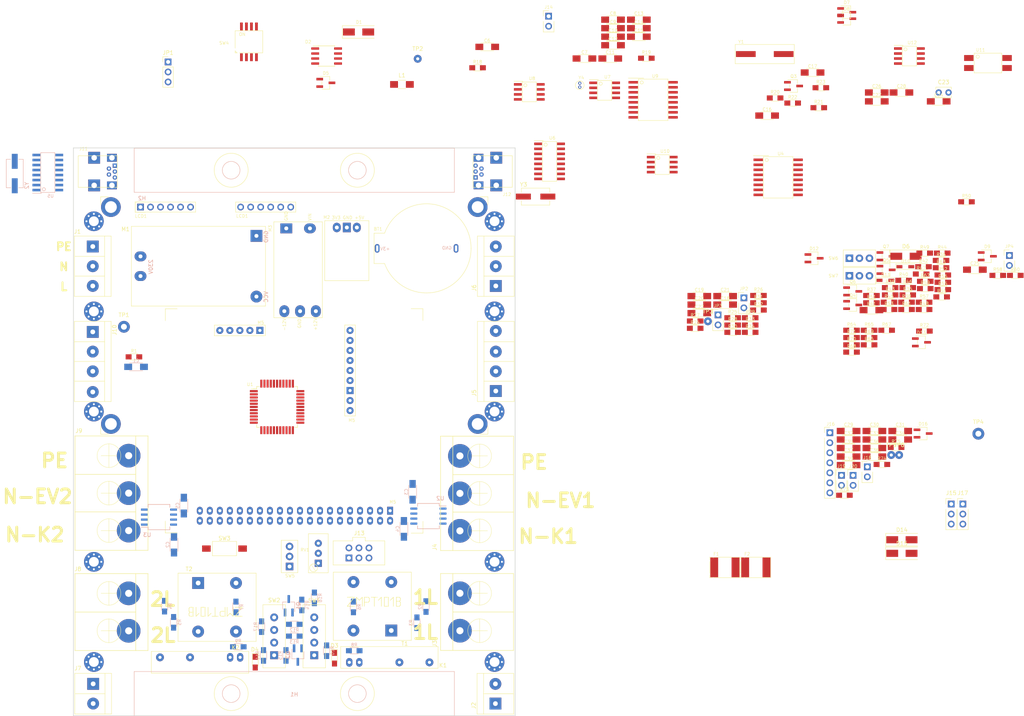
<source format=kicad_pcb>
(kicad_pcb (version 20171130) (host pcbnew 5.0.2-bee76a0~70~ubuntu18.04.1)
  (layers (0 F.Cu signal) (1 In1.Cu mixed) (2 In2.Cu mixed) (31 B.Cu signal) (34 B.Paste user) (35 F.Paste user) (36 B.SilkS user) (37 F.SilkS user) (38 B.Mask user) (39 F.Mask user) (44 Edge.Cuts user))
  (net 0 "")
  (net 1 GND)
  (net 2 "Net-(R5-Pad1)")
  (net 3 +5VP)
  (net 4 +5V)
  (net 5 "Net-(K1-Pad3)")
  (net 6 "Net-(K2-Pad3)")
  (net 7 "Net-(R3-Pad2)")
  (net 8 PE)
  (net 9 230V-L)
  (net 10 230V-N)
  (net 11 "Net-(R2-Pad2)")
  (net 12 "Net-(C4-Pad1)")
  (net 13 "Net-(C5-Pad2)")
  (net 14 "Net-(D3-Pad2)")
  (net 15 "Net-(D4-Pad2)")
  (net 16 "Net-(R4-Pad1)")
  (net 17 /K1-A1)
  (net 18 /K1-A2)
  (net 19 /L-EV1)
  (net 20 /N-EV1)
  (net 21 /N-K1)
  (net 22 /K2-A1)
  (net 23 /K2-A2)
  (net 24 /L-EV2)
  (net 25 /N-K2)
  (net 26 /N-EV2)
  (net 27 "Net-(J10-Pad1)")
  (net 28 "Net-(H8-Pad1)")
  (net 29 "Net-(H9-Pad1)")
  (net 30 "Net-(H10-Pad1)")
  (net 31 "Net-(H11-Pad1)")
  (net 32 "Net-(H12-Pad1)")
  (net 33 /Microcontroller/AVCC)
  (net 34 +3V3)
  (net 35 "Net-(LCD1-Pad16)")
  (net 36 /Microcontroller/XTAL1)
  (net 37 /Microcontroller/XTAL2)
  (net 38 "Net-(C7-Pad2)")
  (net 39 /Microcontroller/~RESET)
  (net 40 "Net-(C8-Pad2)")
  (net 41 "Net-(C9-Pad2)")
  (net 42 "Net-(C10-Pad2)")
  (net 43 /Microcontroller/LCD-D6)
  (net 44 /Microcontroller/LCD-D7)
  (net 45 /Microcontroller/LCD-D4)
  (net 46 /Microcontroller/LCD-D5)
  (net 47 /Microcontroller/LCD-RW)
  (net 48 /Microcontroller/LCD-E)
  (net 49 /Microcontroller/LCD-RS)
  (net 50 "Net-(Q3-Pad1)")
  (net 51 "Net-(Q3-Pad3)")
  (net 52 "Net-(R22-Pad2)")
  (net 53 "Net-(U7-Pad1)")
  (net 54 "Net-(U7-Pad2)")
  (net 55 +BATT)
  (net 56 /~EV1)
  (net 57 /CP1)
  (net 58 /~EV2)
  (net 59 -12V)
  (net 60 +12V)
  (net 61 "Net-(M5-Pad13)")
  (net 62 "Net-(M5-Pad15)")
  (net 63 /Microcontroller/RECONNECT)
  (net 64 GNDA)
  (net 65 /Microcontroller/MISO)
  (net 66 /Microcontroller/MOSI)
  (net 67 /Microcontroller/SDA)
  (net 68 /Microcontroller/SCL)
  (net 69 /Microcontroller/~RESET-PLC)
  (net 70 /Microcontroller/SCK)
  (net 71 /Microcontroller/~SCS)
  (net 72 /Microcontroller/IRQ-MODEM)
  (net 73 /Microcontroller/PWM1)
  (net 74 "Net-(R26-Pad1)")
  (net 75 "Net-(R29-Pad1)")
  (net 76 "Net-(R30-Pad2)")
  (net 77 "Net-(R31-Pad2)")
  (net 78 /Microcontroller/IRQ-PORTEXP)
  (net 79 /Microcontroller/CONNECTING1)
  (net 80 /Microcontroller/CONNECTED1)
  (net 81 /CP2)
  (net 82 "Net-(LCD1-Pad3)")
  (net 83 /Microcontroller/PWM2)
  (net 84 /Microcontroller/AIN0)
  (net 85 /Microcontroller/AIN1)
  (net 86 /Microcontroller/AIN2)
  (net 87 /Microcontroller/AIN3)
  (net 88 "Net-(C25-Pad1)")
  (net 89 "Net-(D11-Pad2)")
  (net 90 /~EV1ON)
  (net 91 /Microcontroller/CONNECTED)
  (net 92 /Microcontroller/AD-VC1)
  (net 93 /Microcontroller/K1-IS-ON)
  (net 94 "Net-(Q4-Pad3)")
  (net 95 "Net-(Q5-Pad3)")
  (net 96 "Net-(Q6-Pad3)")
  (net 97 "Net-(Q6-Pad1)")
  (net 98 "Net-(Q7-Pad1)")
  (net 99 "Net-(Q7-Pad3)")
  (net 100 "Net-(R16-Pad1)")
  (net 101 /Microcontroller/~K1-ON)
  (net 102 /Microcontroller/AD-VC2)
  (net 103 "Net-(C26-Pad1)")
  (net 104 "Net-(C23-Pad2)")
  (net 105 "Net-(C23-Pad1)")
  (net 106 "Net-(C24-Pad1)")
  (net 107 "Net-(D10-Pad1)")
  (net 108 /Microcontroller/ZERODET)
  (net 109 /Microcontroller/Converter-And-Cp/MOSI-OUT)
  (net 110 /Microcontroller/Converter-And-Cp/MISO-IN)
  (net 111 /Microcontroller/Converter-And-Cp/SCK-OUT)
  (net 112 /Microcontroller/Converter-And-Cp/~CS-OUT)
  (net 113 /Microcontroller/Converter-And-Cp/IRQ-IN)
  (net 114 /Microcontroller/Converter-And-Cp/PWM1-OUT)
  (net 115 "Net-(D9-Pad3)")
  (net 116 "Net-(R55-Pad2)")
  (net 117 "Net-(R55-Pad1)")
  (net 118 "Net-(R57-Pad1)")
  (net 119 "Net-(R57-Pad2)")
  (net 120 "Net-(R59-Pad1)")
  (net 121 "Net-(R60-Pad1)")
  (net 122 VREF-2V5)
  (net 123 "Net-(C29-Pad2)")
  (net 124 "Net-(C30-Pad2)")
  (net 125 "Net-(C31-Pad2)")
  (net 126 "Net-(C32-Pad2)")
  (net 127 "Net-(C35-Pad1)")
  (net 128 "Net-(C36-Pad1)")
  (net 129 "Net-(J5-Pad1)")
  (net 130 /~EV2ON)
  (net 131 "Net-(J11-Pad3)")
  (net 132 "Net-(J11-Pad2)")
  (net 133 "Net-(J12-Pad2)")
  (net 134 "Net-(J12-Pad3)")
  (net 135 /Microcontroller/~RE1)
  (net 136 /Microcontroller/DE1)
  (net 137 /Microcontroller/UC-TXD1)
  (net 138 /Microcontroller/UC-RXD1)
  (net 139 /Microcontroller/UC-TXD0)
  (net 140 /Microcontroller/UC-RXD0)
  (net 141 /Microcontroller/K2-IS-ON)
  (net 142 V1N)
  (net 143 V1P)
  (net 144 V2P)
  (net 145 V2N)
  (net 146 "Net-(R14-Pad2)")
  (net 147 "Net-(R15-Pad2)")
  (net 148 "Net-(R17-Pad2)")
  (net 149 /Microcontroller/~K2-ON)
  (net 150 /Microcontroller/~RESET2)
  (net 151 /Microcontroller/~RESET1)
  (net 152 "Net-(J15-Pad3)")
  (net 153 "Net-(J15-Pad1)")
  (net 154 "Net-(D14-Pad2)")
  (net 155 "Net-(D15-Pad2)")
  (net 156 "Net-(F1-Pad2)")
  (net 157 "Net-(F2-Pad2)")
  (module Project:trimmer-tht-3296 (layer F.Cu) (at 100.09 146.33)
    (fp_text reference RV1 (at -3.4 -3.4) (layer F.SilkS) (effects (font (size 0.8 0.8) (thickness 0.1))))
    (fp_text value 10K hide)
    (pad 3 thru_hole circle (at 0 -5.08 90) (size 1.8 1.8) (drill 0.8) (layers *.Cu *.Mask) (net 1 GND))
    (pad 2 thru_hole circle (at 0 -2.54 90) (size 1.8 1.8) (drill 0.8) (layers *.Cu *.Mask) (net 82 "Net-(LCD1-Pad3)"))
    (pad 1 thru_hole rect (at 0 0 90) (size 1.8 1.8) (drill 0.8) (layers *.Cu *.Mask) (net 4 +5V))
  )
  (module Project:rpi-ev-plc-adapter-v1.0 (layer F.Cu) (at 118.3 133)
    (fp_text reference M5 (at 0.67 -2.23) (layer F.SilkS) (effects (font (size 0.8 0.8) (thickness 0.1))))
    (fp_text value rpi-ev-plc-adapter-v1.0 hide)
    (fp_text user %R (at -32.8 -47.7) (layer F.SilkS) (effects (font (size 0.8 0.8) (thickness 0.1))))
    (fp_text user %R (at -9.73 -22.93) (layer F.SilkS) (effects (font (size 0.8 0.8) (thickness 0.1))))
    (pad 59 thru_hole circle (at -10.16 -45.72) (size 1.8 1.8) (drill 0.8) (layers *.Cu *.Mask))
    (pad 58 thru_hole circle (at -10.16 -43.18) (size 1.8 1.8) (drill 0.8) (layers *.Cu *.Mask))
    (pad 57 thru_hole circle (at -10.16 -40.64) (size 1.8 1.8) (drill 0.8) (layers *.Cu *.Mask))
    (pad 56 thru_hole circle (at -10.16 -38.1) (size 1.8 1.8) (drill 0.762) (layers *.Cu *.Mask) (net 57 /CP1))
    (pad 55 thru_hole circle (at -10.16 -35.56) (size 1.8 1.8) (drill 0.8) (layers *.Cu *.Mask) (net 8 PE))
    (pad 54 thru_hole circle (at -10.16 -33.02) (size 1.8 1.8) (drill 0.8) (layers *.Cu *.Mask))
    (pad 53 thru_hole rect (at -10.16 -30.48) (size 1.8 1.8) (drill 0.8) (layers *.Cu *.Mask) (net 1 GND))
    (pad 52 thru_hole circle (at -10.16 -27.94) (size 1.8 1.8) (drill 0.8) (layers *.Cu *.Mask) (net 59 -12V))
    (pad 51 thru_hole circle (at -10.16 -25.4) (size 1.8 1.8) (drill 0.8) (layers *.Cu *.Mask) (net 60 +12V))
    (pad 44 thru_hole circle (at -40.64 -45.72) (size 1.8 1.8) (drill 0.762) (layers *.Cu *.Mask) (net 79 /Microcontroller/CONNECTING1))
    (pad 43 thru_hole circle (at -38.1 -45.72) (size 1.8 1.8) (drill 0.8) (layers *.Cu *.Mask) (net 108 /Microcontroller/ZERODET))
    (pad 42 thru_hole circle (at -35.56 -45.72) (size 1.8 1.8) (drill 0.8) (layers *.Cu *.Mask) (net 92 /Microcontroller/AD-VC1))
    (pad 41 thru_hole rect (at -33.02 -45.72) (size 1.8 1.8) (drill 0.8) (layers *.Cu *.Mask) (net 1 GND))
    (pad 1 thru_hole rect (at 0 0) (size 1.5 2) (drill 0.8) (layers *.Cu *.Mask) (net 34 +3V3))
    (pad 2 thru_hole oval (at 0 2.54) (size 1.5 2) (drill 0.8) (layers *.Cu *.Mask) (net 4 +5V))
    (pad 3 thru_hole oval (at -2.54 0) (size 1.5 2) (drill 0.8) (layers *.Cu *.Mask) (net 67 /Microcontroller/SDA))
    (pad 4 thru_hole oval (at -2.54 2.54) (size 1.5 2) (drill 0.8) (layers *.Cu *.Mask) (net 4 +5V))
    (pad 5 thru_hole oval (at -5.08 0) (size 1.5 2) (drill 0.8) (layers *.Cu *.Mask) (net 68 /Microcontroller/SCL))
    (pad 6 thru_hole oval (at -5.08 2.54) (size 1.5 2) (drill 0.8) (layers *.Cu *.Mask) (net 1 GND))
    (pad 7 thru_hole oval (at -7.62 0) (size 1.5 2) (drill 0.8) (layers *.Cu *.Mask))
    (pad 8 thru_hole oval (at -7.62 2.54) (size 1.5 2) (drill 0.8) (layers *.Cu *.Mask))
    (pad 9 thru_hole oval (at -10.16 0) (size 1.5 2) (drill 0.8) (layers *.Cu *.Mask) (net 1 GND))
    (pad 10 thru_hole oval (at -10.16 2.54) (size 1.5 2) (drill 0.8) (layers *.Cu *.Mask))
    (pad 11 thru_hole oval (at -12.7 0) (size 1.5 2) (drill 0.8) (layers *.Cu *.Mask))
    (pad 12 thru_hole oval (at -12.7 2.54) (size 1.5 2) (drill 0.8) (layers *.Cu *.Mask))
    (pad 13 thru_hole oval (at -15.24 0) (size 1.5 2) (drill 0.8) (layers *.Cu *.Mask) (net 61 "Net-(M5-Pad13)"))
    (pad 14 thru_hole oval (at -15.24 2.54) (size 1.5 2) (drill 0.8) (layers *.Cu *.Mask) (net 1 GND))
    (pad 15 thru_hole oval (at -17.78 0) (size 1.5 2) (drill 0.8) (layers *.Cu *.Mask) (net 62 "Net-(M5-Pad15)"))
    (pad 16 thru_hole oval (at -17.78 2.54) (size 1.5 2) (drill 0.8) (layers *.Cu *.Mask))
    (pad 17 thru_hole oval (at -20.32 0) (size 1.5 2) (drill 0.8) (layers *.Cu *.Mask) (net 34 +3V3))
    (pad 18 thru_hole oval (at -20.32 2.54) (size 1.5 2) (drill 0.8) (layers *.Cu *.Mask) (net 63 /Microcontroller/RECONNECT))
    (pad 19 thru_hole oval (at -22.86 0) (size 1.5 2) (drill 0.8) (layers *.Cu *.Mask) (net 109 /Microcontroller/Converter-And-Cp/MOSI-OUT))
    (pad 20 thru_hole oval (at -22.86 2.54) (size 1.5 2) (drill 0.8) (layers *.Cu *.Mask) (net 1 GND))
    (pad 21 thru_hole oval (at -25.4 0) (size 1.5 2) (drill 0.8) (layers *.Cu *.Mask) (net 110 /Microcontroller/Converter-And-Cp/MISO-IN))
    (pad 22 thru_hole oval (at -25.4 2.54) (size 1.5 2) (drill 0.8) (layers *.Cu *.Mask) (net 69 /Microcontroller/~RESET-PLC))
    (pad 23 thru_hole oval (at -27.94 0) (size 1.5 2) (drill 0.8) (layers *.Cu *.Mask) (net 111 /Microcontroller/Converter-And-Cp/SCK-OUT))
    (pad 24 thru_hole oval (at -27.94 2.54) (size 1.5 2) (drill 0.8) (layers *.Cu *.Mask) (net 112 /Microcontroller/Converter-And-Cp/~CS-OUT))
    (pad 25 thru_hole oval (at -30.48 0) (size 1.5 2) (drill 0.8) (layers *.Cu *.Mask) (net 1 GND))
    (pad 26 thru_hole oval (at -30.48 2.54) (size 1.5 2) (drill 0.8) (layers *.Cu *.Mask) (net 113 /Microcontroller/Converter-And-Cp/IRQ-IN))
    (pad 27 thru_hole oval (at -33.02 0) (size 1.5 2) (drill 0.8) (layers *.Cu *.Mask))
    (pad 28 thru_hole oval (at -33.02 2.54) (size 1.5 2) (drill 0.8) (layers *.Cu *.Mask))
    (pad 29 thru_hole oval (at -35.56 0) (size 1.5 2) (drill 0.8) (layers *.Cu *.Mask))
    (pad 30 thru_hole oval (at -35.56 2.54) (size 1.5 2) (drill 0.8) (layers *.Cu *.Mask) (net 1 GND))
    (pad 31 thru_hole oval (at -38.1 0) (size 1.5 2) (drill 0.8) (layers *.Cu *.Mask))
    (pad 32 thru_hole oval (at -38.1 2.54) (size 1.5 2) (drill 0.8) (layers *.Cu *.Mask) (net 114 /Microcontroller/Converter-And-Cp/PWM1-OUT))
    (pad 33 thru_hole oval (at -40.64 0) (size 1.5 2) (drill 0.8) (layers *.Cu *.Mask))
    (pad 34 thru_hole oval (at -40.64 2.54) (size 1.5 2) (drill 0.8) (layers *.Cu *.Mask) (net 1 GND))
    (pad 35 thru_hole oval (at -43.18 0) (size 1.5 2) (drill 0.8) (layers *.Cu *.Mask))
    (pad 36 thru_hole oval (at -43.18 2.54) (size 1.5 2) (drill 0.8) (layers *.Cu *.Mask))
    (pad 37 thru_hole oval (at -45.72 0) (size 1.5 2) (drill 0.8) (layers *.Cu *.Mask))
    (pad 38 thru_hole oval (at -45.72 2.54) (size 1.5 2) (drill 0.8) (layers *.Cu *.Mask))
    (pad 39 thru_hole oval (at -48.26 0) (size 1.5 2) (drill 0.8) (layers *.Cu *.Mask) (net 1 GND))
    (pad 40 thru_hole oval (at -48.26 2.54) (size 1.5 2) (drill 0.8) (layers *.Cu *.Mask))
    (pad 45 thru_hole circle (at -43.18 -45.72) (size 1.8 1.8) (drill 0.762) (layers *.Cu *.Mask) (net 80 /Microcontroller/CONNECTED1))
  )
  (module Project:soic-16w_hand-soldering (layer F.Cu) (at 185 28.8)
    (fp_text reference U9 (at 0.5 -6) (layer F.SilkS) (effects (font (size 0.8 0.8) (thickness 0.1))))
    (fp_text value PCF8574 hide)
    (pad 9 smd rect (at 5.05 4.445) (size 2.4 0.65) (layers F.Cu F.Paste F.Mask))
    (pad 10 smd rect (at 5.05 3.175) (size 2.4 0.65) (layers F.Cu F.Paste F.Mask))
    (pad 11 smd rect (at 5.05 1.905) (size 2.4 0.65) (layers F.Cu F.Paste F.Mask) (net 63 /Microcontroller/RECONNECT))
    (pad 12 smd rect (at 5.05 0.635) (size 2.4 0.65) (layers F.Cu F.Paste F.Mask) (net 69 /Microcontroller/~RESET-PLC))
    (pad 13 smd rect (at 5.05 -0.635) (size 2.4 0.65) (layers F.Cu F.Paste F.Mask) (net 78 /Microcontroller/IRQ-PORTEXP))
    (pad 14 smd rect (at 5.05 -1.905) (size 2.4 0.65) (layers F.Cu F.Paste F.Mask) (net 68 /Microcontroller/SCL))
    (pad 15 smd rect (at 5.05 -3.175) (size 2.4 0.65) (layers F.Cu F.Paste F.Mask) (net 67 /Microcontroller/SDA))
    (pad 16 smd rect (at 5.05 -4.445) (size 2.4 0.65) (layers F.Cu F.Paste F.Mask) (net 4 +5V))
    (pad 8 smd rect (at -5.05 4.445) (size 2.4 0.65) (layers F.Cu F.Paste F.Mask) (net 1 GND))
    (pad 7 smd rect (at -5.05 3.175) (size 2.4 0.65) (layers F.Cu F.Paste F.Mask))
    (pad 6 smd rect (at -5.05 1.905) (size 2.4 0.65) (layers F.Cu F.Paste F.Mask) (net 93 /Microcontroller/K1-IS-ON))
    (pad 5 smd rect (at -5.05 0.635) (size 2.4 0.65) (layers F.Cu F.Paste F.Mask) (net 141 /Microcontroller/K2-IS-ON))
    (pad 4 smd rect (at -5.05 -0.635) (size 2.4 0.65) (layers F.Cu F.Paste F.Mask))
    (pad 3 smd rect (at -5.05 -1.905) (size 2.4 0.65) (layers F.Cu F.Paste F.Mask) (net 1 GND))
    (pad 2 smd rect (at -5.05 -3.175) (size 2.4 0.65) (layers F.Cu F.Paste F.Mask) (net 77 "Net-(R31-Pad2)"))
    (pad 1 smd rect (at -5.05 -4.445) (size 2.4 0.65) (layers F.Cu F.Paste F.Mask) (net 1 GND))
  )
  (module Project:soic-8_hand-soldering (layer F.Cu) (at 172.7 26.4)
    (fp_text reference U7 (at 0.7 -3.4) (layer F.SilkS) (effects (font (size 0.8 0.8) (thickness 0.1))))
    (fp_text value DS1307ZN hide)
    (pad 1 smd rect (at -2.9 -1.905) (size 2 0.65) (layers F.Cu F.Paste F.Mask) (net 53 "Net-(U7-Pad1)"))
    (pad 2 smd rect (at -2.9 -0.635) (size 2 0.65) (layers F.Cu F.Paste F.Mask) (net 54 "Net-(U7-Pad2)"))
    (pad 3 smd rect (at -2.9 0.635) (size 2 0.65) (layers F.Cu F.Paste F.Mask) (net 55 +BATT))
    (pad 4 smd rect (at -2.9 1.905) (size 2 0.65) (layers F.Cu F.Paste F.Mask) (net 1 GND))
    (pad 5 smd rect (at 2.9 1.905) (size 2 0.65) (layers F.Cu F.Paste F.Mask) (net 67 /Microcontroller/SDA))
    (pad 6 smd rect (at 2.9 0.635) (size 2 0.65) (layers F.Cu F.Paste F.Mask) (net 68 /Microcontroller/SCL))
    (pad 7 smd rect (at 2.9 -0.635) (size 2 0.65) (layers F.Cu F.Paste F.Mask))
    (pad 8 smd rect (at 2.9 -1.905) (size 2 0.65) (layers F.Cu F.Paste F.Mask) (net 4 +5V))
  )
  (module Project:AVR-ISP-6 (layer F.Cu) (at 110.4 143.7)
    (fp_text reference J13 (at 0.084 -5.01) (layer F.SilkS))
    (fp_text value atmega-isp-6)
    (pad 5 thru_hole circle (at -2.54 -1.27) (size 1.7 1.7) (drill 1) (layers *.Cu *.Mask) (net 39 /Microcontroller/~RESET))
    (pad 6 thru_hole rect (at -2.54 1.27) (size 1.7 1.7) (drill 1) (layers *.Cu *.Mask) (net 1 GND))
    (pad 3 thru_hole oval (at 0 -1.27) (size 1.7 1.7) (drill 1) (layers *.Cu *.Mask) (net 65 /Microcontroller/MISO))
    (pad 4 thru_hole oval (at 0 1.27) (size 1.7 1.7) (drill 1) (layers *.Cu *.Mask) (net 66 /Microcontroller/MOSI))
    (pad 1 thru_hole oval (at 2.54 -1.27) (size 1.7 1.7) (drill 1) (layers *.Cu *.Mask) (net 65 /Microcontroller/MISO))
    (pad 2 thru_hole oval (at 2.54 1.27) (size 1.7 1.7) (drill 1) (layers *.Cu *.Mask) (net 4 +5V))
  )
  (module Mounting_Holes:MountingHole_2.5mm_Pad_Via (layer F.Cu) (at 43.18 59.6)
    (fp_text reference H3 hide)
    (fp_text value MountingHole_Pad)
    (pad 1 thru_hole circle (at 1.325825 -1.325825) (size 0.8 0.8) (drill 0.5) (layers *.Cu *.Mask) (net 8 PE))
    (pad 1 thru_hole circle (at 0 -1.875) (size 0.8 0.8) (drill 0.5) (layers *.Cu *.Mask) (net 8 PE))
    (pad 1 thru_hole circle (at -1.325825 -1.325825) (size 0.8 0.8) (drill 0.5) (layers *.Cu *.Mask) (net 8 PE))
    (pad 1 thru_hole circle (at -1.875 0) (size 0.8 0.8) (drill 0.5) (layers *.Cu *.Mask) (net 8 PE))
    (pad 1 thru_hole circle (at -1.325825 1.325825) (size 0.8 0.8) (drill 0.5) (layers *.Cu *.Mask) (net 8 PE))
    (pad 1 thru_hole circle (at 0 1.875) (size 0.8 0.8) (drill 0.5) (layers *.Cu *.Mask) (net 8 PE))
    (pad 1 thru_hole circle (at 1.325825 1.325825) (size 0.8 0.8) (drill 0.5) (layers *.Cu *.Mask) (net 8 PE))
    (pad 1 thru_hole circle (at 1.875 0) (size 0.8 0.8) (drill 0.5) (layers *.Cu *.Mask) (net 8 PE))
    (pad 1 thru_hole circle (at 0 0) (size 5 5) (drill 2.5) (layers *.Cu *.Mask) (net 8 PE))
  )
  (module Mounting_Holes:MountingHole_2.5mm_Pad_Via (layer F.Cu) (at 144.78 59.6)
    (fp_text reference H12 hide)
    (fp_text value MountingHole_Pad)
    (pad 1 thru_hole circle (at 0 0) (size 5 5) (drill 2.5) (layers *.Cu *.Mask) (net 32 "Net-(H12-Pad1)"))
    (pad 1 thru_hole circle (at 1.875 0) (size 0.8 0.8) (drill 0.5) (layers *.Cu *.Mask) (net 32 "Net-(H12-Pad1)"))
    (pad 1 thru_hole circle (at 1.325825 1.325825) (size 0.8 0.8) (drill 0.5) (layers *.Cu *.Mask) (net 32 "Net-(H12-Pad1)"))
    (pad 1 thru_hole circle (at 0 1.875) (size 0.8 0.8) (drill 0.5) (layers *.Cu *.Mask) (net 32 "Net-(H12-Pad1)"))
    (pad 1 thru_hole circle (at -1.325825 1.325825) (size 0.8 0.8) (drill 0.5) (layers *.Cu *.Mask) (net 32 "Net-(H12-Pad1)"))
    (pad 1 thru_hole circle (at -1.875 0) (size 0.8 0.8) (drill 0.5) (layers *.Cu *.Mask) (net 32 "Net-(H12-Pad1)"))
    (pad 1 thru_hole circle (at -1.325825 -1.325825) (size 0.8 0.8) (drill 0.5) (layers *.Cu *.Mask) (net 32 "Net-(H12-Pad1)"))
    (pad 1 thru_hole circle (at 0 -1.875) (size 0.8 0.8) (drill 0.5) (layers *.Cu *.Mask) (net 32 "Net-(H12-Pad1)"))
    (pad 1 thru_hole circle (at 1.325825 -1.325825) (size 0.8 0.8) (drill 0.5) (layers *.Cu *.Mask) (net 32 "Net-(H12-Pad1)"))
  )
  (module Project:HLK-PM01 (layer F.Cu) (at 55 71)
    (fp_text reference M1 (at -3.8 -9.4 180) (layer F.SilkS))
    (fp_text value HLK-PM01 hide)
    (fp_text user VCC (at 31.834 7.774 90) (layer B.SilkS) (effects (justify mirror)))
    (fp_text user 230V (at 2.624 0.154 90) (layer B.SilkS) (effects (justify mirror)))
    (fp_text user GND (at 31.834 -7.466 90) (layer B.SilkS) (effects (justify mirror)))
    (pad 3 thru_hole oval (at 0 2.5 90) (size 2.5 3) (drill 1) (layers *.Cu *.Mask) (net 10 230V-N) (clearance 1.2))
    (pad 4 thru_hole oval (at 0 -2.5 90) (size 2.5 3) (drill 1) (layers *.Cu *.Mask) (net 9 230V-L) (clearance 1.2))
    (pad 1 thru_hole rect (at 29.4 -7.7 90) (size 3 3) (drill 1) (layers *.Cu *.Mask) (net 1 GND))
    (pad 2 thru_hole circle (at 29.4 7.7 90) (size 3 3) (drill 1) (layers *.Cu *.Mask) (net 3 +5VP))
  )
  (module Project:SSR_Omron_G3MB-202P (layer F.Cu) (at 118.11 171.45)
    (fp_text reference K1 (at 13.59 0.762) (layer F.SilkS))
    (fp_text value G3MB-202P)
    (pad 4 thru_hole oval (at -10.16 0 180) (size 1.6 2.2) (drill 0.8) (layers *.Cu *.Mask) (net 1 GND))
    (pad 3 thru_hole oval (at -7.62 0 180) (size 1.6 2.2) (drill 0.8) (layers *.Cu *.Mask) (net 5 "Net-(K1-Pad3)"))
    (pad 2 thru_hole circle (at 2.54 0 180) (size 2 2) (drill 0.8) (layers *.Cu *.Mask) (net 18 /K1-A2))
    (pad 1 thru_hole circle (at 10.16 0 180) (size 2 2) (drill 0.8) (layers *.Cu *.Mask) (net 17 /K1-A1))
  )
  (module Project:SSR_Omron_G3MB-202P (layer F.Cu) (at 70.104 170.18 180)
    (fp_text reference K2 (at -8.996 2.48 180) (layer F.SilkS))
    (fp_text value G3MB-202P)
    (pad 1 thru_hole circle (at 10.16 0) (size 2 2) (drill 0.8) (layers *.Cu *.Mask) (net 22 /K2-A1))
    (pad 2 thru_hole circle (at 2.54 0) (size 2 2) (drill 0.8) (layers *.Cu *.Mask) (net 23 /K2-A2))
    (pad 3 thru_hole oval (at -7.62 0) (size 1.6 2.2) (drill 0.8) (layers *.Cu *.Mask) (net 6 "Net-(K2-Pad3)"))
    (pad 4 thru_hole oval (at -10.16 0) (size 1.6 2.2) (drill 0.8) (layers *.Cu *.Mask) (net 1 GND))
  )
  (module Project:ACS712 (layer B.Cu) (at 59.69 134.62)
    (fp_text reference U3 (at -3 4.5 180) (layer B.SilkS) (effects (justify mirror)))
    (fp_text value ACS712-30 hide)
    (pad 8 smd rect (at 3.7 1.905) (size 1.75 0.55) (layers B.Cu B.Paste B.Mask) (net 4 +5V))
    (pad 7 smd rect (at 3.7 0.635) (size 1.75 0.55) (layers B.Cu B.Paste B.Mask))
    (pad 6 smd rect (at 3.7 -0.635) (size 1.75 0.55) (layers B.Cu B.Paste B.Mask) (net 13 "Net-(C5-Pad2)"))
    (pad 5 smd rect (at 3.7 -1.905) (size 1.75 0.55) (layers B.Cu B.Paste B.Mask) (net 1 GND))
    (pad 4 smd rect (at -3.7 -1.905) (size 1.75 0.55) (layers B.Cu B.Paste B.Mask) (net 26 /N-EV2) (clearance 0.1))
    (pad 3 smd rect (at -3.7 -0.635) (size 1.75 0.55) (layers B.Cu B.Paste B.Mask) (net 26 /N-EV2) (clearance 0.1))
    (pad 2 smd rect (at -3.7 0.635) (size 1.75 0.55) (layers B.Cu B.Paste B.Mask) (net 25 /N-K2) (clearance 0.1))
    (pad 1 smd rect (at -3.7 1.905) (size 1.75 0.55) (layers B.Cu B.Paste B.Mask) (net 25 /N-K2) (clearance 0.1))
  )
  (module Project:ACS712 (layer B.Cu) (at 128.016 134.366 180)
    (fp_text reference U2 (at -3 4.5) (layer B.SilkS) (effects (justify mirror)))
    (fp_text value ACS712-30 hide)
    (pad 1 smd rect (at -3.7 1.905 180) (size 1.75 0.55) (layers B.Cu B.Paste B.Mask) (net 20 /N-EV1) (clearance 0.1))
    (pad 2 smd rect (at -3.7 0.635 180) (size 1.75 0.55) (layers B.Cu B.Paste B.Mask) (net 20 /N-EV1) (clearance 0.1))
    (pad 3 smd rect (at -3.7 -0.635 180) (size 1.75 0.55) (layers B.Cu B.Paste B.Mask) (net 21 /N-K1) (clearance 0.1))
    (pad 4 smd rect (at -3.7 -1.905 180) (size 1.75 0.55) (layers B.Cu B.Paste B.Mask) (net 21 /N-K1) (clearance 0.1))
    (pad 5 smd rect (at 3.7 -1.905 180) (size 1.75 0.55) (layers B.Cu B.Paste B.Mask) (net 1 GND))
    (pad 6 smd rect (at 3.7 -0.635 180) (size 1.75 0.55) (layers B.Cu B.Paste B.Mask) (net 12 "Net-(C4-Pad1)"))
    (pad 7 smd rect (at 3.7 0.635 180) (size 1.75 0.55) (layers B.Cu B.Paste B.Mask))
    (pad 8 smd rect (at 3.7 1.905 180) (size 1.75 0.55) (layers B.Cu B.Paste B.Mask) (net 4 +5V))
  )
  (module Project:Terminalblock-5mm-3P (layer F.Cu) (at 42.9 66 270)
    (fp_text reference J1 (at -3.766 3.884) (layer F.SilkS))
    (fp_text value Screw_Terminal_01x03)
    (pad 1 thru_hole rect (at 0 0 270) (size 3 3) (drill 1.2) (layers *.Cu *.Mask) (net 8 PE))
    (pad 2 thru_hole circle (at 5 0 270) (size 3 3) (drill 1.2) (layers *.Cu *.Mask) (net 10 230V-N))
    (pad 3 thru_hole circle (at 10 0 270) (size 3 3) (drill 1.2) (layers *.Cu *.Mask) (net 9 230V-L))
  )
  (module Buttons_Switches_SMD:SW_SPST_FSMSM (layer F.Cu) (at 76.3 142.6)
    (fp_text reference SW3 (at 0 -2.6) (layer F.SilkS))
    (fp_text value SW_Push)
    (pad 2 smd rect (at 4.59 0) (size 2.18 1.6) (layers F.Cu F.Paste F.Mask) (net 39 /Microcontroller/~RESET))
    (pad 1 smd rect (at -4.59 0) (size 2.18 1.6) (layers F.Cu F.Paste F.Mask) (net 1 GND))
  )
  (module Project:TQFP-44_10x10mm_Pitch0.8mm (layer F.Cu) (at 89.6366 106.68)
    (fp_text reference U1 (at -6.858 -5.715) (layer F.SilkS) (effects (font (size 0.8 0.8) (thickness 0.1))))
    (fp_text value atmega324p-20au hide)
    (pad 44 smd rect (at -4 -5.9 90) (size 2 0.55) (layers F.Cu F.Paste F.Mask) (net 71 /Microcontroller/~SCS))
    (pad 43 smd rect (at -3.2 -5.9 90) (size 2 0.55) (layers F.Cu F.Paste F.Mask) (net 149 /Microcontroller/~K2-ON))
    (pad 42 smd rect (at -2.4 -5.9 90) (size 2 0.55) (layers F.Cu F.Paste F.Mask) (net 101 /Microcontroller/~K1-ON))
    (pad 41 smd rect (at -1.6 -5.9 90) (size 2 0.55) (layers F.Cu F.Paste F.Mask) (net 47 /Microcontroller/LCD-RW))
    (pad 40 smd rect (at -0.8 -5.9 90) (size 2 0.55) (layers F.Cu F.Paste F.Mask) (net 49 /Microcontroller/LCD-RS))
    (pad 39 smd rect (at 0 -5.9 90) (size 2 0.55) (layers F.Cu F.Paste F.Mask) (net 1 GND))
    (pad 38 smd rect (at 0.8 -5.9 90) (size 2 0.55) (layers F.Cu F.Paste F.Mask) (net 4 +5V))
    (pad 37 smd rect (at 1.6 -5.9 90) (size 2 0.55) (layers F.Cu F.Paste F.Mask))
    (pad 36 smd rect (at 2.4 -5.9 90) (size 2 0.55) (layers F.Cu F.Paste F.Mask))
    (pad 35 smd rect (at 3.2 -5.9 90) (size 2 0.55) (layers F.Cu F.Paste F.Mask))
    (pad 34 smd rect (at 4 -5.9 90) (size 2 0.55) (layers F.Cu F.Paste F.Mask))
    (pad 33 smd rect (at 5.9 -4) (size 2 0.55) (layers F.Cu F.Paste F.Mask) (net 102 /Microcontroller/AD-VC2))
    (pad 32 smd rect (at 5.9 -3.2) (size 2 0.55) (layers F.Cu F.Paste F.Mask) (net 92 /Microcontroller/AD-VC1))
    (pad 31 smd rect (at 5.9 -2.4) (size 2 0.55) (layers F.Cu F.Paste F.Mask) (net 78 /Microcontroller/IRQ-PORTEXP))
    (pad 30 smd rect (at 5.9 -1.6) (size 2 0.55) (layers F.Cu F.Paste F.Mask) (net 91 /Microcontroller/CONNECTED))
    (pad 29 smd rect (at 5.9 -0.8) (size 2 0.55) (layers F.Cu F.Paste F.Mask) (net 122 VREF-2V5))
    (pad 28 smd rect (at 5.9 0) (size 2 0.55) (layers F.Cu F.Paste F.Mask) (net 1 GND))
    (pad 27 smd rect (at 5.9 0.8) (size 2 0.55) (layers F.Cu F.Paste F.Mask) (net 33 /Microcontroller/AVCC))
    (pad 26 smd rect (at 5.9 1.6) (size 2 0.55) (layers F.Cu F.Paste F.Mask) (net 44 /Microcontroller/LCD-D7))
    (pad 25 smd rect (at 5.9 2.4) (size 2 0.55) (layers F.Cu F.Paste F.Mask) (net 43 /Microcontroller/LCD-D6))
    (pad 24 smd rect (at 5.9 3.2) (size 2 0.55) (layers F.Cu F.Paste F.Mask) (net 46 /Microcontroller/LCD-D5))
    (pad 23 smd rect (at 5.9 4) (size 2 0.55) (layers F.Cu F.Paste F.Mask) (net 45 /Microcontroller/LCD-D4))
    (pad 22 smd rect (at 4 5.9 90) (size 2 0.55) (layers F.Cu F.Paste F.Mask) (net 48 /Microcontroller/LCD-E))
    (pad 21 smd rect (at 3.2 5.9 90) (size 2 0.55) (layers F.Cu F.Paste F.Mask) (net 72 /Microcontroller/IRQ-MODEM))
    (pad 20 smd rect (at 2.4 5.9 90) (size 2 0.55) (layers F.Cu F.Paste F.Mask) (net 67 /Microcontroller/SDA))
    (pad 19 smd rect (at 1.6 5.9 90) (size 2 0.55) (layers F.Cu F.Paste F.Mask) (net 68 /Microcontroller/SCL))
    (pad 18 smd rect (at 0.8 5.9 90) (size 2 0.55) (layers F.Cu F.Paste F.Mask) (net 1 GND))
    (pad 17 smd rect (at 0 5.9 90) (size 2 0.55) (layers F.Cu F.Paste F.Mask) (net 4 +5V))
    (pad 16 smd rect (at -0.8 5.9 90) (size 2 0.55) (layers F.Cu F.Paste F.Mask) (net 135 /Microcontroller/~RE1))
    (pad 15 smd rect (at -1.6 5.9 90) (size 2 0.55) (layers F.Cu F.Paste F.Mask) (net 136 /Microcontroller/DE1))
    (pad 14 smd rect (at -2.4 5.9 90) (size 2 0.55) (layers F.Cu F.Paste F.Mask) (net 83 /Microcontroller/PWM2))
    (pad 13 smd rect (at -3.2 5.9 90) (size 2 0.55) (layers F.Cu F.Paste F.Mask) (net 73 /Microcontroller/PWM1))
    (pad 12 smd rect (at -4 5.9 90) (size 2 0.55) (layers F.Cu F.Paste F.Mask) (net 137 /Microcontroller/UC-TXD1))
    (pad 11 smd rect (at -5.9 4) (size 2 0.55) (layers F.Cu F.Paste F.Mask) (net 138 /Microcontroller/UC-RXD1))
    (pad 10 smd rect (at -5.9 3.2) (size 2 0.55) (layers F.Cu F.Paste F.Mask) (net 139 /Microcontroller/UC-TXD0))
    (pad 9 smd rect (at -5.9 2.4) (size 2 0.55) (layers F.Cu F.Paste F.Mask) (net 140 /Microcontroller/UC-RXD0))
    (pad 8 smd rect (at -5.9 1.6) (size 2 0.55) (layers F.Cu F.Paste F.Mask) (net 36 /Microcontroller/XTAL1))
    (pad 7 smd rect (at -5.9 0.8) (size 2 0.55) (layers F.Cu F.Paste F.Mask) (net 37 /Microcontroller/XTAL2))
    (pad 6 smd rect (at -5.9 0) (size 2 0.55) (layers F.Cu F.Paste F.Mask) (net 1 GND))
    (pad 5 smd rect (at -5.9 -0.8) (size 2 0.55) (layers F.Cu F.Paste F.Mask) (net 4 +5V))
    (pad 4 smd rect (at -5.9 -1.6) (size 2 0.55) (layers F.Cu F.Paste F.Mask) (net 39 /Microcontroller/~RESET))
    (pad 3 smd rect (at -5.9 -2.4) (size 2 0.55) (layers F.Cu F.Paste F.Mask) (net 70 /Microcontroller/SCK))
    (pad 2 smd rect (at -5.9 -3.2) (size 2 0.55) (layers F.Cu F.Paste F.Mask) (net 65 /Microcontroller/MISO))
    (pad 1 smd rect (at -5.9 -4) (size 2 0.55) (layers F.Cu F.Paste F.Mask) (net 66 /Microcontroller/MOSI))
  )
  (module Project:Terminalblock-5mm-2P (layer F.Cu) (at 145 181.911 90)
    (fp_text reference J2 (at -0.5 -5.5 90) (layer F.SilkS))
    (fp_text value Screw_Terminal_01x02)
    (pad 2 thru_hole circle (at 5 0 90) (size 3 3) (drill 1.2) (layers *.Cu *.Mask) (net 18 /K1-A2))
    (pad 1 thru_hole rect (at 0 0 90) (size 3 3) (drill 1.2) (layers *.Cu *.Mask) (net 17 /K1-A1))
  )
  (module Project:HB9500-2P (layer F.Cu) (at 52 153.95 270)
    (fp_text reference J8 (at -6.152 12.884) (layer F.SilkS))
    (fp_text value HB9500-2P)
    (pad 1 thru_hole circle (at 0 0 270) (size 6 6) (drill 1.8) (layers *.Cu *.Mask) (net 24 /L-EV2))
    (pad 2 thru_hole circle (at 9.5 0 270) (size 6 6) (drill 1.8) (layers *.Cu *.Mask) (net 24 /L-EV2))
  )
  (module Project:HB9500-3P (layer F.Cu) (at 52 128.54 270)
    (fp_text reference J9 (at -15.804 12.63) (layer F.SilkS))
    (fp_text value HB9500-3P)
    (pad 1 thru_hole circle (at -9.5 0 270) (size 6 6) (drill 1.8) (layers *.Cu *.Mask) (net 8 PE))
    (pad 3 thru_hole circle (at 9.5 0 270) (size 6 6) (drill 1.8) (layers *.Cu *.Mask) (net 25 /N-K2))
    (pad 2 thru_hole circle (at 0 0 270) (size 6 6) (drill 1.8) (layers *.Cu *.Mask) (net 26 /N-EV2))
  )
  (module Project:Terminalblock-5mm-2P (layer F.Cu) (at 43 176.9 270)
    (fp_text reference J7 (at -3.937 3.884) (layer F.SilkS))
    (fp_text value Screw_Terminal_01x02)
    (pad 1 thru_hole rect (at 0 0 270) (size 3 3) (drill 1.2) (layers *.Cu *.Mask) (net 23 /K2-A2))
    (pad 2 thru_hole circle (at 5 0 270) (size 3 3) (drill 1.2) (layers *.Cu *.Mask) (net 22 /K2-A1))
  )
  (module Project:HB9500-2P (layer F.Cu) (at 136 163.43 90)
    (fp_text reference J3 (at -3.25 -6.4008 90) (layer F.SilkS))
    (fp_text value HB9500-2P)
    (pad 2 thru_hole circle (at 9.5 0 90) (size 6 6) (drill 1.8) (layers *.Cu *.Mask) (net 19 /L-EV1))
    (pad 1 thru_hole circle (at 0 0 90) (size 6 6) (drill 1.8) (layers *.Cu *.Mask) (net 19 /L-EV1))
  )
  (module Project:HB9500-3P (layer F.Cu) (at 136 128.6 90)
    (fp_text reference J4 (at -13.6144 -6.4008 90) (layer F.SilkS))
    (fp_text value HB9500-3P)
    (pad 2 thru_hole circle (at 0 0 90) (size 6 6) (drill 1.8) (layers *.Cu *.Mask) (net 20 /N-EV1))
    (pad 3 thru_hole circle (at 9.5 0 90) (size 6 6) (drill 1.8) (layers *.Cu *.Mask) (net 8 PE))
    (pad 1 thru_hole circle (at -9.5 0 90) (size 6 6) (drill 1.8) (layers *.Cu *.Mask) (net 21 /N-K1))
  )
  (module Project:Transformer-zmpt101b_ebay-121438904988 (layer F.Cu) (at 74.422 157.48 180)
    (fp_text reference T2 (at 7.122 9.68 180) (layer F.SilkS))
    (fp_text value ZMPT101B hide)
    (pad 2 thru_hole circle (at 4.8 -6.15 180) (size 3 3) (drill 1.2) (layers *.Cu *.Mask) (net 2 "Net-(R5-Pad1)") (clearance 1.5))
    (pad 4 thru_hole circle (at -4.8 -6.15 180) (size 3 3) (drill 1.2) (layers *.Cu *.Mask) (net 144 V2P))
    (pad 1 thru_hole rect (at 4.8 6.15 180) (size 3 3) (drill 1.2) (layers *.Cu *.Mask) (net 25 /N-K2) (clearance 1.5))
    (pad 3 thru_hole circle (at -4.8 6.15 180) (size 3 3) (drill 1.2) (layers *.Cu *.Mask) (net 145 V2N))
  )
  (module Project:Transformer-zmpt101b_ebay-121438904988 (layer F.Cu) (at 113.792 157.226)
    (fp_text reference T1 (at 8.208 9.474) (layer F.SilkS))
    (fp_text value ZMPT101B hide)
    (pad 3 thru_hole circle (at -4.8 6.15) (size 3 3) (drill 1.2) (layers *.Cu *.Mask) (net 143 V1P))
    (pad 1 thru_hole rect (at 4.8 6.15) (size 3 3) (drill 1.2) (layers *.Cu *.Mask) (net 7 "Net-(R3-Pad2)") (clearance 1.5))
    (pad 4 thru_hole circle (at -4.8 -6.15) (size 3 3) (drill 1.2) (layers *.Cu *.Mask) (net 142 V1N))
    (pad 2 thru_hole circle (at 4.8 -6.15) (size 3 3) (drill 1.2) (layers *.Cu *.Mask) (net 21 /N-K1) (clearance 1.5))
  )
  (module Project:Oscillator-SMD-M49S (layer B.Cu) (at 23.114 47.498 90)
    (fp_text reference Y2 (at -3.048 3.048 90) (layer B.SilkS) (effects (justify mirror)))
    (fp_text value 12MHz hide)
    (pad 2 smd rect (at 3.1 0 90) (size 3.8 1.5) (layers B.Cu B.Paste B.Mask) (net 125 "Net-(C31-Pad2)"))
    (pad 1 smd rect (at -3.1 0 90) (size 3.8 1.5) (layers B.Cu B.Paste B.Mask) (net 123 "Net-(C29-Pad2)"))
  )
  (module Project:Oscillator-SMD-M49S (layer F.Cu) (at 155.194 53.34)
    (fp_text reference Y3 (at -3.048 -3.048) (layer F.SilkS))
    (fp_text value 12MHz hide)
    (pad 1 smd rect (at -3.1 0) (size 3.8 1.5) (layers F.Cu F.Paste F.Mask) (net 124 "Net-(C30-Pad2)"))
    (pad 2 smd rect (at 3.1 0) (size 3.8 1.5) (layers F.Cu F.Paste F.Mask) (net 126 "Net-(C32-Pad2)"))
  )
  (module Project:Switch-3pos-SS13F06-G5 (layer F.Cu) (at 99.06 169.672 90)
    (fp_text reference SW1 (at 13.918 0 180) (layer F.SilkS))
    (fp_text value SW_SS13F06-G5)
    (pad 4 thru_hole circle (at 9.626 0 90) (size 2 2) (drill 1) (layers *.Cu *.Mask) (net 146 "Net-(R14-Pad2)"))
    (pad 3 thru_hole circle (at 6.426 0 90) (size 2 2) (drill 1) (layers *.Cu *.Mask) (net 56 /~EV1))
    (pad 1 thru_hole rect (at 0.026 0 90) (size 2 2) (drill 1) (layers *.Cu *.Mask))
    (pad 2 thru_hole circle (at 3.226 0 90) (size 2 2) (drill 1) (layers *.Cu *.Mask) (net 100 "Net-(R16-Pad1)"))
  )
  (module Project:Switch-3pos-SS13F06-G5 (layer F.Cu) (at 88.9 169.672 90)
    (fp_text reference SW2 (at 13.97 0 180) (layer F.SilkS))
    (fp_text value SW_SS13F06-G5)
    (pad 2 thru_hole circle (at 3.226 0 90) (size 2 2) (drill 1) (layers *.Cu *.Mask) (net 148 "Net-(R17-Pad2)"))
    (pad 1 thru_hole rect (at 0.026 0 90) (size 2 2) (drill 1) (layers *.Cu *.Mask))
    (pad 3 thru_hole circle (at 6.426 0 90) (size 2 2) (drill 1) (layers *.Cu *.Mask) (net 58 /~EV2))
    (pad 4 thru_hole circle (at 9.626 0 90) (size 2 2) (drill 1) (layers *.Cu *.Mask) (net 147 "Net-(R15-Pad2)"))
  )
  (module Project:DIN-RAIL-ADAPTER-DRG-02-ebay-254055322883 (layer B.Cu) (at 94 179.375)
    (fp_text reference H1 (at -0.02 0.203) (layer B.SilkS) (effects (justify mirror)))
    (fp_text value DIN-Rail-Adapter-DRG02)
    (pad "" np_thru_hole circle (at -16 0) (size 3.5 3.5) (drill 3.5) (layers *.Cu *.Mask))
    (pad "" np_thru_hole circle (at 16 0) (size 3.5 3.5) (drill 3.5) (layers *.Cu *.Mask))
  )
  (module Project:DIN-RAIL-ADAPTER-DRG-02-ebay-254055322883 (layer B.Cu) (at 94 46.66)
    (fp_text reference H2 (at -38.608 7.112) (layer B.SilkS) (effects (justify mirror)))
    (fp_text value DIN-Rail-Adapter-DRG02)
    (pad "" np_thru_hole circle (at 16 0) (size 3.5 3.5) (drill 3.5) (layers *.Cu *.Mask))
    (pad "" np_thru_hole circle (at -16 0) (size 3.5 3.5) (drill 3.5) (layers *.Cu *.Mask))
  )
  (module Mounting_Holes:MountingHole_2.5mm_Pad_Via (layer F.Cu) (at 43.18 82.46)
    (fp_text reference H8 hide)
    (fp_text value MountingHole_Pad)
    (pad 1 thru_hole circle (at 0 0) (size 5 5) (drill 2.5) (layers *.Cu *.Mask) (net 28 "Net-(H8-Pad1)"))
    (pad 1 thru_hole circle (at 1.875 0) (size 0.8 0.8) (drill 0.5) (layers *.Cu *.Mask) (net 28 "Net-(H8-Pad1)"))
    (pad 1 thru_hole circle (at 1.325825 1.325825) (size 0.8 0.8) (drill 0.5) (layers *.Cu *.Mask) (net 28 "Net-(H8-Pad1)"))
    (pad 1 thru_hole circle (at 0 1.875) (size 0.8 0.8) (drill 0.5) (layers *.Cu *.Mask) (net 28 "Net-(H8-Pad1)"))
    (pad 1 thru_hole circle (at -1.325825 1.325825) (size 0.8 0.8) (drill 0.5) (layers *.Cu *.Mask) (net 28 "Net-(H8-Pad1)"))
    (pad 1 thru_hole circle (at -1.875 0) (size 0.8 0.8) (drill 0.5) (layers *.Cu *.Mask) (net 28 "Net-(H8-Pad1)"))
    (pad 1 thru_hole circle (at -1.325825 -1.325825) (size 0.8 0.8) (drill 0.5) (layers *.Cu *.Mask) (net 28 "Net-(H8-Pad1)"))
    (pad 1 thru_hole circle (at 0 -1.875) (size 0.8 0.8) (drill 0.5) (layers *.Cu *.Mask) (net 28 "Net-(H8-Pad1)"))
    (pad 1 thru_hole circle (at 1.325825 -1.325825) (size 0.8 0.8) (drill 0.5) (layers *.Cu *.Mask) (net 28 "Net-(H8-Pad1)"))
  )
  (module Mounting_Holes:MountingHole_2.5mm_Pad_Via (layer F.Cu) (at 43.18 107.86)
    (fp_text reference H9 hide)
    (fp_text value MountingHole_Pad)
    (pad 1 thru_hole circle (at 1.325825 -1.325825) (size 0.8 0.8) (drill 0.5) (layers *.Cu *.Mask) (net 29 "Net-(H9-Pad1)"))
    (pad 1 thru_hole circle (at 0 -1.875) (size 0.8 0.8) (drill 0.5) (layers *.Cu *.Mask) (net 29 "Net-(H9-Pad1)"))
    (pad 1 thru_hole circle (at -1.325825 -1.325825) (size 0.8 0.8) (drill 0.5) (layers *.Cu *.Mask) (net 29 "Net-(H9-Pad1)"))
    (pad 1 thru_hole circle (at -1.875 0) (size 0.8 0.8) (drill 0.5) (layers *.Cu *.Mask) (net 29 "Net-(H9-Pad1)"))
    (pad 1 thru_hole circle (at -1.325825 1.325825) (size 0.8 0.8) (drill 0.5) (layers *.Cu *.Mask) (net 29 "Net-(H9-Pad1)"))
    (pad 1 thru_hole circle (at 0 1.875) (size 0.8 0.8) (drill 0.5) (layers *.Cu *.Mask) (net 29 "Net-(H9-Pad1)"))
    (pad 1 thru_hole circle (at 1.325825 1.325825) (size 0.8 0.8) (drill 0.5) (layers *.Cu *.Mask) (net 29 "Net-(H9-Pad1)"))
    (pad 1 thru_hole circle (at 1.875 0) (size 0.8 0.8) (drill 0.5) (layers *.Cu *.Mask) (net 29 "Net-(H9-Pad1)"))
    (pad 1 thru_hole circle (at 0 0) (size 5 5) (drill 2.5) (layers *.Cu *.Mask) (net 29 "Net-(H9-Pad1)"))
  )
  (module Mounting_Holes:MountingHole_2.5mm_Pad_Via (layer F.Cu) (at 43.18 145.96)
    (fp_text reference H4 hide)
    (fp_text value MountingHole_Pad)
    (pad 1 thru_hole circle (at 0 0) (size 5 5) (drill 2.5) (layers *.Cu *.Mask) (net 8 PE))
    (pad 1 thru_hole circle (at 1.875 0) (size 0.8 0.8) (drill 0.5) (layers *.Cu *.Mask) (net 8 PE))
    (pad 1 thru_hole circle (at 1.325825 1.325825) (size 0.8 0.8) (drill 0.5) (layers *.Cu *.Mask) (net 8 PE))
    (pad 1 thru_hole circle (at 0 1.875) (size 0.8 0.8) (drill 0.5) (layers *.Cu *.Mask) (net 8 PE))
    (pad 1 thru_hole circle (at -1.325825 1.325825) (size 0.8 0.8) (drill 0.5) (layers *.Cu *.Mask) (net 8 PE))
    (pad 1 thru_hole circle (at -1.875 0) (size 0.8 0.8) (drill 0.5) (layers *.Cu *.Mask) (net 8 PE))
    (pad 1 thru_hole circle (at -1.325825 -1.325825) (size 0.8 0.8) (drill 0.5) (layers *.Cu *.Mask) (net 8 PE))
    (pad 1 thru_hole circle (at 0 -1.875) (size 0.8 0.8) (drill 0.5) (layers *.Cu *.Mask) (net 8 PE))
    (pad 1 thru_hole circle (at 1.325825 -1.325825) (size 0.8 0.8) (drill 0.5) (layers *.Cu *.Mask) (net 8 PE))
  )
  (module Mounting_Holes:MountingHole_2.5mm_Pad_Via (layer F.Cu) (at 43.18 171.36)
    (fp_text reference H5 hide)
    (fp_text value MountingHole_Pad)
    (pad 1 thru_hole circle (at 1.325825 -1.325825) (size 0.8 0.8) (drill 0.5) (layers *.Cu *.Mask) (net 8 PE))
    (pad 1 thru_hole circle (at 0 -1.875) (size 0.8 0.8) (drill 0.5) (layers *.Cu *.Mask) (net 8 PE))
    (pad 1 thru_hole circle (at -1.325825 -1.325825) (size 0.8 0.8) (drill 0.5) (layers *.Cu *.Mask) (net 8 PE))
    (pad 1 thru_hole circle (at -1.875 0) (size 0.8 0.8) (drill 0.5) (layers *.Cu *.Mask) (net 8 PE))
    (pad 1 thru_hole circle (at -1.325825 1.325825) (size 0.8 0.8) (drill 0.5) (layers *.Cu *.Mask) (net 8 PE))
    (pad 1 thru_hole circle (at 0 1.875) (size 0.8 0.8) (drill 0.5) (layers *.Cu *.Mask) (net 8 PE))
    (pad 1 thru_hole circle (at 1.325825 1.325825) (size 0.8 0.8) (drill 0.5) (layers *.Cu *.Mask) (net 8 PE))
    (pad 1 thru_hole circle (at 1.875 0) (size 0.8 0.8) (drill 0.5) (layers *.Cu *.Mask) (net 8 PE))
    (pad 1 thru_hole circle (at 0 0) (size 5 5) (drill 2.5) (layers *.Cu *.Mask) (net 8 PE))
  )
  (module Mounting_Holes:MountingHole_2.5mm_Pad_Via (layer F.Cu) (at 144.78 82.46)
    (fp_text reference H11 hide)
    (fp_text value MountingHole_Pad)
    (pad 1 thru_hole circle (at 0 0) (size 5 5) (drill 2.5) (layers *.Cu *.Mask) (net 31 "Net-(H11-Pad1)"))
    (pad 1 thru_hole circle (at 1.875 0) (size 0.8 0.8) (drill 0.5) (layers *.Cu *.Mask) (net 31 "Net-(H11-Pad1)"))
    (pad 1 thru_hole circle (at 1.325825 1.325825) (size 0.8 0.8) (drill 0.5) (layers *.Cu *.Mask) (net 31 "Net-(H11-Pad1)"))
    (pad 1 thru_hole circle (at 0 1.875) (size 0.8 0.8) (drill 0.5) (layers *.Cu *.Mask) (net 31 "Net-(H11-Pad1)"))
    (pad 1 thru_hole circle (at -1.325825 1.325825) (size 0.8 0.8) (drill 0.5) (layers *.Cu *.Mask) (net 31 "Net-(H11-Pad1)"))
    (pad 1 thru_hole circle (at -1.875 0) (size 0.8 0.8) (drill 0.5) (layers *.Cu *.Mask) (net 31 "Net-(H11-Pad1)"))
    (pad 1 thru_hole circle (at -1.325825 -1.325825) (size 0.8 0.8) (drill 0.5) (layers *.Cu *.Mask) (net 31 "Net-(H11-Pad1)"))
    (pad 1 thru_hole circle (at 0 -1.875) (size 0.8 0.8) (drill 0.5) (layers *.Cu *.Mask) (net 31 "Net-(H11-Pad1)"))
    (pad 1 thru_hole circle (at 1.325825 -1.325825) (size 0.8 0.8) (drill 0.5) (layers *.Cu *.Mask) (net 31 "Net-(H11-Pad1)"))
  )
  (module Mounting_Holes:MountingHole_2.5mm_Pad_Via (layer F.Cu) (at 144.78 107.86)
    (fp_text reference H10 hide)
    (fp_text value MountingHole_Pad)
    (pad 1 thru_hole circle (at 1.325825 -1.325825) (size 0.8 0.8) (drill 0.5) (layers *.Cu *.Mask) (net 30 "Net-(H10-Pad1)"))
    (pad 1 thru_hole circle (at 0 -1.875) (size 0.8 0.8) (drill 0.5) (layers *.Cu *.Mask) (net 30 "Net-(H10-Pad1)"))
    (pad 1 thru_hole circle (at -1.325825 -1.325825) (size 0.8 0.8) (drill 0.5) (layers *.Cu *.Mask) (net 30 "Net-(H10-Pad1)"))
    (pad 1 thru_hole circle (at -1.875 0) (size 0.8 0.8) (drill 0.5) (layers *.Cu *.Mask) (net 30 "Net-(H10-Pad1)"))
    (pad 1 thru_hole circle (at -1.325825 1.325825) (size 0.8 0.8) (drill 0.5) (layers *.Cu *.Mask) (net 30 "Net-(H10-Pad1)"))
    (pad 1 thru_hole circle (at 0 1.875) (size 0.8 0.8) (drill 0.5) (layers *.Cu *.Mask) (net 30 "Net-(H10-Pad1)"))
    (pad 1 thru_hole circle (at 1.325825 1.325825) (size 0.8 0.8) (drill 0.5) (layers *.Cu *.Mask) (net 30 "Net-(H10-Pad1)"))
    (pad 1 thru_hole circle (at 1.875 0) (size 0.8 0.8) (drill 0.5) (layers *.Cu *.Mask) (net 30 "Net-(H10-Pad1)"))
    (pad 1 thru_hole circle (at 0 0) (size 5 5) (drill 2.5) (layers *.Cu *.Mask) (net 30 "Net-(H10-Pad1)"))
  )
  (module Mounting_Holes:MountingHole_2.5mm_Pad_Via (layer F.Cu) (at 144.78 145.96)
    (fp_text reference H7 hide)
    (fp_text value MountingHole_Pad)
    (pad 1 thru_hole circle (at 0 0) (size 5 5) (drill 2.5) (layers *.Cu *.Mask) (net 8 PE))
    (pad 1 thru_hole circle (at 1.875 0) (size 0.8 0.8) (drill 0.5) (layers *.Cu *.Mask) (net 8 PE))
    (pad 1 thru_hole circle (at 1.325825 1.325825) (size 0.8 0.8) (drill 0.5) (layers *.Cu *.Mask) (net 8 PE))
    (pad 1 thru_hole circle (at 0 1.875) (size 0.8 0.8) (drill 0.5) (layers *.Cu *.Mask) (net 8 PE))
    (pad 1 thru_hole circle (at -1.325825 1.325825) (size 0.8 0.8) (drill 0.5) (layers *.Cu *.Mask) (net 8 PE))
    (pad 1 thru_hole circle (at -1.875 0) (size 0.8 0.8) (drill 0.5) (layers *.Cu *.Mask) (net 8 PE))
    (pad 1 thru_hole circle (at -1.325825 -1.325825) (size 0.8 0.8) (drill 0.5) (layers *.Cu *.Mask) (net 8 PE))
    (pad 1 thru_hole circle (at 0 -1.875) (size 0.8 0.8) (drill 0.5) (layers *.Cu *.Mask) (net 8 PE))
    (pad 1 thru_hole circle (at 1.325825 -1.325825) (size 0.8 0.8) (drill 0.5) (layers *.Cu *.Mask) (net 8 PE))
  )
  (module Mounting_Holes:MountingHole_2.5mm_Pad_Via (layer F.Cu) (at 144.78 171.36)
    (fp_text reference H6 hide)
    (fp_text value MountingHole_Pad)
    (pad 1 thru_hole circle (at 1.325825 -1.325825) (size 0.8 0.8) (drill 0.5) (layers *.Cu *.Mask) (net 8 PE))
    (pad 1 thru_hole circle (at 0 -1.875) (size 0.8 0.8) (drill 0.5) (layers *.Cu *.Mask) (net 8 PE))
    (pad 1 thru_hole circle (at -1.325825 -1.325825) (size 0.8 0.8) (drill 0.5) (layers *.Cu *.Mask) (net 8 PE))
    (pad 1 thru_hole circle (at -1.875 0) (size 0.8 0.8) (drill 0.5) (layers *.Cu *.Mask) (net 8 PE))
    (pad 1 thru_hole circle (at -1.325825 1.325825) (size 0.8 0.8) (drill 0.5) (layers *.Cu *.Mask) (net 8 PE))
    (pad 1 thru_hole circle (at 0 1.875) (size 0.8 0.8) (drill 0.5) (layers *.Cu *.Mask) (net 8 PE))
    (pad 1 thru_hole circle (at 1.325825 1.325825) (size 0.8 0.8) (drill 0.5) (layers *.Cu *.Mask) (net 8 PE))
    (pad 1 thru_hole circle (at 1.875 0) (size 0.8 0.8) (drill 0.5) (layers *.Cu *.Mask) (net 8 PE))
    (pad 1 thru_hole circle (at 0 0) (size 5 5) (drill 2.5) (layers *.Cu *.Mask) (net 8 PE))
  )
  (module LEDs:LED_0805_HandSoldering (layer F.Cu) (at 104.2 170.4 270)
    (fp_text reference D3 (at -3.2 0) (layer F.SilkS))
    (fp_text value LED)
    (pad 1 smd rect (at -1.35 0 270) (size 1.5 1.3) (layers F.Cu F.Paste F.Mask) (net 1 GND))
    (pad 2 smd rect (at 1.35 0 270) (size 1.5 1.3) (layers F.Cu F.Paste F.Mask) (net 14 "Net-(D3-Pad2)"))
  )
  (module LEDs:LED_0805_HandSoldering (layer F.Cu) (at 84.1 171.4 270)
    (fp_text reference D4 (at -3.2 0.1) (layer F.SilkS))
    (fp_text value LED)
    (pad 2 smd rect (at 1.35 0 270) (size 1.5 1.3) (layers F.Cu F.Paste F.Mask) (net 15 "Net-(D4-Pad2)"))
    (pad 1 smd rect (at -1.35 0 270) (size 1.5 1.3) (layers F.Cu F.Paste F.Mask) (net 1 GND))
  )
  (module TO_SOT_Packages_SMD:TSOT-23_HandSoldering (layer B.Cu) (at 92.6 157.1 90)
    (fp_text reference Q1 (at 0 2.45 90) (layer B.SilkS) (effects (justify mirror)))
    (fp_text value AO3401)
    (pad 3 smd rect (at 1.71 0 90) (size 2 0.65) (layers B.Cu B.Paste B.Mask) (net 93 /Microcontroller/K1-IS-ON))
    (pad 2 smd rect (at -1.71 -0.95 90) (size 2 0.65) (layers B.Cu B.Paste B.Mask) (net 4 +5V))
    (pad 1 smd rect (at -1.71 0.95 90) (size 2 0.65) (layers B.Cu B.Paste B.Mask) (net 56 /~EV1))
  )
  (module TO_SOT_Packages_SMD:TSOT-23_HandSoldering (layer B.Cu) (at 94.9 169.6 270)
    (fp_text reference Q2 (at 0 2.45 270) (layer B.SilkS) (effects (justify mirror)))
    (fp_text value AO3401)
    (pad 1 smd rect (at -1.71 0.95 270) (size 2 0.65) (layers B.Cu B.Paste B.Mask) (net 58 /~EV2))
    (pad 2 smd rect (at -1.71 -0.95 270) (size 2 0.65) (layers B.Cu B.Paste B.Mask) (net 4 +5V))
    (pad 3 smd rect (at 1.71 0 270) (size 2 0.65) (layers B.Cu B.Paste B.Mask) (net 141 /Microcontroller/K2-IS-ON))
  )
  (module Project:Terminalblock-5mm-3P (layer F.Cu) (at 145.1 76 90)
    (fp_text reference J6 (at -0.5 -5.5 90) (layer F.SilkS))
    (fp_text value Screw_Terminal_01x03)
    (pad 3 thru_hole circle (at 10 0 90) (size 3 3) (drill 1.2) (layers *.Cu *.Mask) (net 1 GND))
    (pad 2 thru_hole circle (at 5 0 90) (size 3 3) (drill 1.2) (layers *.Cu *.Mask))
    (pad 1 thru_hole rect (at 0 0 90) (size 3 3) (drill 1.2) (layers *.Cu *.Mask))
  )
  (module Project:Terminalblock-5mm-4P (layer F.Cu) (at 42.9 87.65 270)
    (fp_text reference J10 (at -0.5 -5.5 270) (layer F.SilkS))
    (fp_text value Screw_Terminal_01x04)
    (pad 1 thru_hole rect (at 0 0 270) (size 3 3) (drill 1.2) (layers *.Cu *.Mask) (net 27 "Net-(J10-Pad1)"))
    (pad 2 thru_hole circle (at 5 0 270) (size 3 3) (drill 1.2) (layers *.Cu *.Mask) (net 130 /~EV2ON))
    (pad 3 thru_hole circle (at 10 0 270) (size 3 3) (drill 1.2) (layers *.Cu *.Mask))
    (pad 4 thru_hole circle (at 15.24 0 270) (size 3 3) (drill 1.2) (layers *.Cu *.Mask) (net 81 /CP2))
  )
  (module Project:Terminalblock-5mm-4P (layer F.Cu) (at 145.1 102.65 90)
    (fp_text reference J5 (at -0.5 -5.5 90) (layer F.SilkS))
    (fp_text value Screw_Terminal_01x04)
    (pad 1 thru_hole rect (at 0 0 90) (size 3 3) (drill 1.2) (layers *.Cu *.Mask) (net 129 "Net-(J5-Pad1)"))
    (pad 2 thru_hole circle (at 5 0 90) (size 3 3) (drill 1.2) (layers *.Cu *.Mask) (net 90 /~EV1ON))
    (pad 3 thru_hole circle (at 10 0 90) (size 3 3) (drill 1.2) (layers *.Cu *.Mask) (net 1 GND))
    (pad 4 thru_hole circle (at 15.24 0 90) (size 3 3) (drill 1.2) (layers *.Cu *.Mask) (net 57 /CP1))
  )
  (module Measurement_Points:Measurement_Point_Round-TH_Big (layer F.Cu) (at 50.8 86.36)
    (fp_text reference TP1 (at 0 -3) (layer F.SilkS))
    (fp_text value TestPoint)
    (pad 1 thru_hole circle (at 0 0) (size 3 3) (drill 1.5) (layers *.Cu *.Mask) (net 27 "Net-(J10-Pad1)"))
  )
  (module Pin_Headers:Pin_Header_Straight_1x03_Pitch2.54mm (layer F.Cu) (at 62 19.2)
    (fp_text reference JP1 (at 0 -2.33) (layer F.SilkS))
    (fp_text value SolderJumper_3_Open)
    (pad 3 thru_hole oval (at 0 5.08) (size 1.7 1.7) (drill 1) (layers *.Cu *.Mask))
    (pad 2 thru_hole oval (at 0 2.54) (size 1.7 1.7) (drill 1) (layers *.Cu *.Mask) (net 27 "Net-(J10-Pad1)"))
    (pad 1 thru_hole rect (at 0 0) (size 1.7 1.7) (drill 1) (layers *.Cu *.Mask) (net 4 +5V))
  )
  (module Project:sma_hand-soldering (layer F.Cu) (at 110.3 11.6)
    (fp_text reference D1 (at 0.1 -2.5) (layer F.SilkS) (effects (font (size 0.8 0.8) (thickness 0.1))))
    (fp_text value SS34)
    (pad 2 smd rect (at 2.45 0) (size 3 1.8) (layers F.Cu F.Paste F.Mask) (net 3 +5VP))
    (pad 1 smd rect (at -2.45 0) (size 3 1.8) (layers F.Cu F.Paste F.Mask) (net 4 +5V))
  )
  (module Project:SOIC-8_3.9x4.9mm_Pitch1.27mm_Handsolded (layer F.Cu) (at 102.2 17.7)
    (fp_text reference D2 (at -4.6736 -3.6068) (layer F.SilkS) (effects (font (size 0.8 0.8) (thickness 0.1))))
    (fp_text value LM285M-2.5 hide)
    (pad 8 smd rect (at 2.9 -1.905) (size 2 0.6) (layers F.Cu F.Paste F.Mask) (net 122 VREF-2V5))
    (pad 7 smd rect (at 2.9 -0.635) (size 2 0.6) (layers F.Cu F.Paste F.Mask))
    (pad 6 smd rect (at 2.9 0.635) (size 2 0.6) (layers F.Cu F.Paste F.Mask))
    (pad 5 smd rect (at 2.9 1.905) (size 2 0.6) (layers F.Cu F.Paste F.Mask))
    (pad 4 smd rect (at -2.9 1.905) (size 2 0.6) (layers F.Cu F.Paste F.Mask) (net 1 GND))
    (pad 3 smd rect (at -2.9 0.635) (size 2 0.6) (layers F.Cu F.Paste F.Mask))
    (pad 2 smd rect (at -2.9 -0.635) (size 2 0.6) (layers F.Cu F.Paste F.Mask))
    (pad 1 smd rect (at -2.9 -1.905) (size 2 0.6) (layers F.Cu F.Paste F.Mask))
  )
  (module Inductors_SMD:L_1206_HandSoldering (layer F.Cu) (at 121.3 24.9)
    (fp_text reference L1 (at 0 -2.3) (layer F.SilkS))
    (fp_text value 10uH)
    (pad 2 smd rect (at 2 0) (size 2 1.7) (layers F.Cu F.Paste F.Mask) (net 33 /Microcontroller/AVCC))
    (pad 1 smd rect (at -2 0) (size 2 1.7) (layers F.Cu F.Paste F.Mask) (net 4 +5V))
  )
  (module Project:r-0805-hand-soldering (layer F.Cu) (at 140.475001 20.675001)
    (fp_text reference R18 (at 0 -1.5) (layer F.SilkS) (effects (font (size 0.8 0.8) (thickness 0.1))))
    (fp_text value 22K hide)
    (pad 2 smd rect (at 1.35 0) (size 1.5 1.3) (layers F.Cu F.Paste F.Mask) (net 4 +5V))
    (pad 1 smd rect (at -1.35 0) (size 1.5 1.3) (layers F.Cu F.Paste F.Mask) (net 122 VREF-2V5))
  )
  (module Project:sot-23_hand-soldering (layer F.Cu) (at 102 24.5)
    (fp_text reference D5 (at 0 -2.45) (layer F.SilkS) (effects (font (size 0.8 0.8) (thickness 0.1))))
    (fp_text value BAT54S hide)
    (pad 1 smd rect (at -1.55 -0.95) (size 1.7 0.65) (layers F.Cu F.Paste F.Mask) (net 1 GND))
    (pad 2 smd rect (at -1.55 0.95) (size 1.7 0.65) (layers F.Cu F.Paste F.Mask) (net 4 +5V))
    (pad 3 smd rect (at 1.55 0) (size 1.7 0.65) (layers F.Cu F.Paste F.Mask) (net 39 /Microcontroller/~RESET))
  )
  (module Project:idc-header-1x02-p2.54mm-vertical (layer F.Cu) (at 158.5 7.6)
    (fp_text reference J14 (at 0 -2.3) (layer F.SilkS) (effects (font (size 0.8 0.8) (thickness 0.1))))
    (fp_text value header hide)
    (pad 2 thru_hole oval (at 0 2.54) (size 1.7 1.7) (drill 1) (layers *.Cu *.Mask) (net 36 /Microcontroller/XTAL1))
    (pad 1 thru_hole rect (at 0 0) (size 1.7 1.7) (drill 1) (layers *.Cu *.Mask) (net 1 GND))
  )
  (module Project:r-0805-hand-soldering (layer F.Cu) (at 183.275001 18.255001)
    (fp_text reference R19 (at 0 -1.5) (layer F.SilkS) (effects (font (size 0.8 0.8) (thickness 0.1))))
    (fp_text value 47K hide)
    (pad 2 smd rect (at 1.35 0) (size 1.5 1.3) (layers F.Cu F.Paste F.Mask) (net 39 /Microcontroller/~RESET))
    (pad 1 smd rect (at -1.35 0) (size 1.5 1.3) (layers F.Cu F.Paste F.Mask) (net 4 +5V))
  )
  (module Project:dip-switch-4x2pos-smd-1.27mm (layer F.Cu) (at 82.5 14.1)
    (fp_text reference SW4 (at -6.3 0.3) (layer F.SilkS) (effects (font (size 0.8 0.8) (thickness 0.1))))
    (fp_text value dip-switch-4x2pos-smd-1.27mm hide)
    (fp_text user ON (at -1.7 -1.9) (layer F.SilkS) (effects (font (size 0.8 0.8) (thickness 0.1))))
    (pad 4 smd rect (at -0.635 -3.9) (size 0.7 2) (layers F.Cu F.Paste F.Mask) (net 40 "Net-(C8-Pad2)"))
    (pad 6 smd rect (at 0.635 -3.9) (size 0.7 2) (layers F.Cu F.Paste F.Mask) (net 41 "Net-(C9-Pad2)"))
    (pad 5 smd rect (at 0.635 3.9) (size 0.7 2) (layers F.Cu F.Paste F.Mask))
    (pad 2 smd rect (at -1.905 -3.9) (size 0.7 2) (layers F.Cu F.Paste F.Mask) (net 38 "Net-(C7-Pad2)"))
    (pad 8 smd rect (at 1.905 -3.9) (size 0.7 2) (layers F.Cu F.Paste F.Mask) (net 42 "Net-(C10-Pad2)"))
    (pad 3 smd rect (at -0.635 3.9) (size 0.7 2) (layers F.Cu F.Paste F.Mask) (net 150 /Microcontroller/~RESET2))
    (pad 1 smd rect (at -1.905 3.9) (size 0.7 2) (layers F.Cu F.Paste F.Mask) (net 151 /Microcontroller/~RESET1))
    (pad 7 smd rect (at 1.905 3.9) (size 0.7 2) (layers F.Cu F.Paste F.Mask))
  )
  (module Project:lcd-4x20-5v-backlight-4bit (layer F.Cu) (at 94 83.5)
    (fp_text reference LCD1 (at -38.9 -25.2) (layer F.SilkS) (effects (font (size 0.8 0.8) (thickness 0.1))))
    (fp_text value lcd-4x20-5v-backlight-4bit hide)
    (fp_text user LCD1 (at -13.23 -25.23) (layer F.SilkS) (effects (font (size 0.8 0.8) (thickness 0.1))))
    (pad "" np_thru_hole oval (at -46.5 -27.5) (size 5 5) (drill 3) (layers *.Cu *.Mask))
    (pad "" np_thru_hole oval (at -46.5 27.5) (size 5 5) (drill 3) (layers *.Cu *.Mask))
    (pad "" np_thru_hole oval (at 46.5 27.5) (size 5 5) (drill 3) (layers *.Cu *.Mask))
    (pad 15 thru_hole oval (at -3.44 -27.5) (size 1.7 1.7) (drill 1) (layers *.Cu *.Mask) (net 4 +5V))
    (pad 16 thru_hole oval (at -0.9 -27.5) (size 1.7 1.7) (drill 1) (layers *.Cu *.Mask) (net 35 "Net-(LCD1-Pad16)"))
    (pad 13 thru_hole oval (at -8.52 -27.5) (size 1.7 1.7) (drill 1) (layers *.Cu *.Mask) (net 43 /Microcontroller/LCD-D6))
    (pad 14 thru_hole oval (at -5.98 -27.5) (size 1.7 1.7) (drill 1) (layers *.Cu *.Mask) (net 44 /Microcontroller/LCD-D7))
    (pad 11 thru_hole oval (at -13.6 -27.5) (size 1.7 1.7) (drill 1) (layers *.Cu *.Mask) (net 45 /Microcontroller/LCD-D4))
    (pad 12 thru_hole oval (at -11.06 -27.5) (size 1.7 1.7) (drill 1) (layers *.Cu *.Mask) (net 46 /Microcontroller/LCD-D5))
    (pad 5 thru_hole oval (at -28.84 -27.5) (size 1.7 1.7) (drill 1) (layers *.Cu *.Mask) (net 47 /Microcontroller/LCD-RW))
    (pad 6 thru_hole oval (at -26.3 -27.5) (size 1.7 1.7) (drill 1) (layers *.Cu *.Mask) (net 48 /Microcontroller/LCD-E))
    (pad 3 thru_hole oval (at -33.92 -27.5) (size 1.7 1.7) (drill 1) (layers *.Cu *.Mask) (net 82 "Net-(LCD1-Pad3)"))
    (pad 4 thru_hole oval (at -31.38 -27.5) (size 1.7 1.7) (drill 1) (layers *.Cu *.Mask) (net 49 /Microcontroller/LCD-RS))
    (pad 1 thru_hole rect (at -39 -27.5) (size 1.7 1.7) (drill 1) (layers *.Cu *.Mask) (net 1 GND))
    (pad 2 thru_hole oval (at -36.46 -27.5) (size 1.7 1.7) (drill 1) (layers *.Cu *.Mask) (net 4 +5V))
    (pad "" np_thru_hole oval (at 46.5 -27.5) (size 5 5) (drill 3) (layers *.Cu *.Mask))
  )
  (module Project:sot-23_hand-soldering (layer F.Cu) (at 220.6 25.3)
    (fp_text reference Q3 (at 0 -2.45) (layer F.SilkS) (effects (font (size 0.8 0.8) (thickness 0.1))))
    (fp_text value AO3400 hide)
    (pad 1 smd rect (at -1.55 -0.95) (size 1.7 0.65) (layers F.Cu F.Paste F.Mask) (net 50 "Net-(Q3-Pad1)"))
    (pad 2 smd rect (at -1.55 0.95) (size 1.7 0.65) (layers F.Cu F.Paste F.Mask) (net 1 GND))
    (pad 3 smd rect (at 1.55 0) (size 1.7 0.65) (layers F.Cu F.Paste F.Mask) (net 51 "Net-(Q3-Pad3)"))
  )
  (module Project:r-0805-hand-soldering (layer F.Cu) (at 215.925001 28.335001)
    (fp_text reference R20 (at 0 -1.5) (layer F.SilkS) (effects (font (size 0.8 0.8) (thickness 0.1))))
    (fp_text value 22R hide)
    (pad 2 smd rect (at 1.35 0) (size 1.5 1.3) (layers F.Cu F.Paste F.Mask) (net 51 "Net-(Q3-Pad3)"))
    (pad 1 smd rect (at -1.35 0) (size 1.5 1.3) (layers F.Cu F.Paste F.Mask) (net 35 "Net-(LCD1-Pad16)"))
  )
  (module Project:r-0805-hand-soldering (layer F.Cu) (at 227 30.8)
    (fp_text reference R21 (at 0 -1.5) (layer F.SilkS) (effects (font (size 0.8 0.8) (thickness 0.1))))
    (fp_text value 47K hide)
    (pad 1 smd rect (at -1.35 0) (size 1.5 1.3) (layers F.Cu F.Paste F.Mask) (net 50 "Net-(Q3-Pad1)"))
    (pad 2 smd rect (at 1.35 0) (size 1.5 1.3) (layers F.Cu F.Paste F.Mask) (net 1 GND))
  )
  (module Project:r-0805-hand-soldering (layer F.Cu) (at 220.375001 29.625001)
    (fp_text reference R22 (at 0 -1.5) (layer F.SilkS) (effects (font (size 0.8 0.8) (thickness 0.1))))
    (fp_text value 220R hide)
    (pad 2 smd rect (at 1.35 0) (size 1.5 1.3) (layers F.Cu F.Paste F.Mask) (net 52 "Net-(R22-Pad2)"))
    (pad 1 smd rect (at -1.35 0) (size 1.5 1.3) (layers F.Cu F.Paste F.Mask) (net 4 +5V))
  )
  (module Project:r-0805-hand-soldering (layer F.Cu) (at 227.525001 25.735001)
    (fp_text reference R23 (at 0 -1.5) (layer F.SilkS) (effects (font (size 0.8 0.8) (thickness 0.1))))
    (fp_text value 47K hide)
    (pad 1 smd rect (at -1.35 0) (size 1.5 1.3) (layers F.Cu F.Paste F.Mask) (net 48 /Microcontroller/LCD-E))
    (pad 2 smd rect (at 1.35 0) (size 1.5 1.3) (layers F.Cu F.Paste F.Mask) (net 1 GND))
  )
  (module Project:switch_ss-12d00g3 (layer F.Cu) (at 92.8 144.6 90)
    (fp_text reference SW5 (at -4.9 0.1 180) (layer F.SilkS) (effects (font (size 0.8 0.8) (thickness 0.1))))
    (fp_text value SS-12D00G3 hide)
    (pad 1 thru_hole rect (at -2.54 0 90) (size 1.9 1.9) (drill 1) (layers *.Cu *.Mask) (net 50 "Net-(Q3-Pad1)"))
    (pad 2 thru_hole circle (at 0 0 90) (size 1.9 1.9) (drill 1) (layers *.Cu *.Mask) (net 52 "Net-(R22-Pad2)"))
    (pad 3 thru_hole circle (at 2.54 0 90) (size 1.9 1.9) (drill 1) (layers *.Cu *.Mask))
  )
  (module Project:hc49s-smd (layer F.Cu) (at 213.3 17.2)
    (fp_text reference Y1 (at -6 -3.1) (layer F.SilkS) (effects (font (size 0.8 0.8) (thickness 0.1))))
    (fp_text value 20MHz hide)
    (pad 2 smd rect (at 4.8 0) (size 5 1.5) (layers F.Cu F.Paste F.Mask) (net 37 /Microcontroller/XTAL2))
    (pad 1 smd rect (at -4.8 0) (size 5 1.5) (layers F.Cu F.Paste F.Mask) (net 36 /Microcontroller/XTAL1))
  )
  (module Project:soic-8_hand-soldering (layer F.Cu) (at 153.59 26.79)
    (fp_text reference U8 (at 0.7 -3.4) (layer F.SilkS) (effects (font (size 0.8 0.8) (thickness 0.1))))
    (fp_text value 24LC512 hide)
    (pad 8 smd rect (at 2.9 -1.905) (size 2 0.65) (layers F.Cu F.Paste F.Mask) (net 4 +5V))
    (pad 7 smd rect (at 2.9 -0.635) (size 2 0.65) (layers F.Cu F.Paste F.Mask) (net 75 "Net-(R29-Pad1)"))
    (pad 6 smd rect (at 2.9 0.635) (size 2 0.65) (layers F.Cu F.Paste F.Mask) (net 68 /Microcontroller/SCL))
    (pad 5 smd rect (at 2.9 1.905) (size 2 0.65) (layers F.Cu F.Paste F.Mask) (net 67 /Microcontroller/SDA))
    (pad 4 smd rect (at -2.9 1.905) (size 2 0.65) (layers F.Cu F.Paste F.Mask) (net 1 GND))
    (pad 3 smd rect (at -2.9 0.635) (size 2 0.65) (layers F.Cu F.Paste F.Mask) (net 1 GND))
    (pad 2 smd rect (at -2.9 -0.635) (size 2 0.65) (layers F.Cu F.Paste F.Mask) (net 1 GND))
    (pad 1 smd rect (at -2.9 -1.905) (size 2 0.65) (layers F.Cu F.Paste F.Mask) (net 74 "Net-(R26-Pad1)"))
  )
  (module Project:soic-16_hand-soldering (layer B.Cu) (at 31.496 47.244)
    (fp_text reference U5 (at 0.7 5.94) (layer B.SilkS) (effects (font (size 0.8 0.8) (thickness 0.1)) (justify mirror)))
    (fp_text value ch340g hide)
    (pad 16 smd rect (at 2.9 4.445) (size 2 0.65) (layers B.Cu B.Paste B.Mask) (net 4 +5V))
    (pad 15 smd rect (at 2.9 3.175) (size 2 0.65) (layers B.Cu B.Paste B.Mask))
    (pad 14 smd rect (at 2.9 1.905) (size 2 0.65) (layers B.Cu B.Paste B.Mask))
    (pad 13 smd rect (at 2.9 0.635) (size 2 0.65) (layers B.Cu B.Paste B.Mask) (net 151 /Microcontroller/~RESET1))
    (pad 4 smd rect (at -2.9 0.635) (size 2 0.65) (layers B.Cu B.Paste B.Mask) (net 127 "Net-(C35-Pad1)"))
    (pad 3 smd rect (at -2.9 1.905) (size 2 0.65) (layers B.Cu B.Paste B.Mask) (net 139 /Microcontroller/UC-TXD0))
    (pad 2 smd rect (at -2.9 3.175) (size 2 0.65) (layers B.Cu B.Paste B.Mask) (net 140 /Microcontroller/UC-RXD0))
    (pad 1 smd rect (at -2.9 4.445) (size 2 0.65) (layers B.Cu B.Paste B.Mask) (net 1 GND))
    (pad 5 smd rect (at -2.9 -0.635) (size 2 0.65) (layers B.Cu B.Paste B.Mask) (net 131 "Net-(J11-Pad3)"))
    (pad 6 smd rect (at -2.9 -1.905) (size 2 0.65) (layers B.Cu B.Paste B.Mask) (net 132 "Net-(J11-Pad2)"))
    (pad 7 smd rect (at -2.9 -3.175) (size 2 0.65) (layers B.Cu B.Paste B.Mask) (net 123 "Net-(C29-Pad2)"))
    (pad 8 smd rect (at -2.9 -4.445) (size 2 0.65) (layers B.Cu B.Paste B.Mask) (net 125 "Net-(C31-Pad2)"))
    (pad 12 smd rect (at 2.9 -0.635) (size 2 0.65) (layers B.Cu B.Paste B.Mask))
    (pad 11 smd rect (at 2.9 -1.905) (size 2 0.65) (layers B.Cu B.Paste B.Mask))
    (pad 10 smd rect (at 2.9 -3.175) (size 2 0.65) (layers B.Cu B.Paste B.Mask))
    (pad 9 smd rect (at 2.9 -4.445) (size 2 0.65) (layers B.Cu B.Paste B.Mask))
  )
  (module Project:usb-mini-tht (layer F.Cu) (at 47.752 47)
    (fp_text reference J11 (at -7.2 -5.8) (layer F.SilkS) (effects (font (size 0.8 0.8) (thickness 0.1))))
    (fp_text value "USB 2.0 Mini" hide)
    (pad 6 thru_hole rect (at -4.5 3.5) (size 3 3) (drill 1.4) (layers *.Cu *.Mask) (net 1 GND))
    (pad 6 thru_hole rect (at 0 3.5) (size 2.5 2) (drill 1.4) (layers *.Cu *.Mask) (net 1 GND))
    (pad 6 thru_hole rect (at -4.5 -3.5) (size 3 3) (drill 1.4) (layers *.Cu *.Mask) (net 1 GND))
    (pad 6 thru_hole rect (at 0 -3.5) (size 2.5 2) (drill 1.4) (layers *.Cu *.Mask) (net 1 GND))
    (pad 3 thru_hole circle (at 0.75 0) (size 1.1 1.1) (drill 0.5) (layers *.Cu *.Mask) (net 131 "Net-(J11-Pad3)"))
    (pad 1 thru_hole rect (at 0.75 -1.5) (size 1.1 1.1) (drill 0.5) (layers *.Cu *.Mask) (net 156 "Net-(F1-Pad2)"))
    (pad 5 thru_hole circle (at 0.75 1.5) (size 1.1 1.1) (drill 0.5) (layers *.Cu *.Mask) (net 1 GND))
    (pad 4 thru_hole circle (at -0.75 0.75) (size 1.1 1.1) (drill 0.5) (layers *.Cu *.Mask))
    (pad 2 thru_hole circle (at -0.75 -0.75) (size 1.1 1.1) (drill 0.5) (layers *.Cu *.Mask) (net 132 "Net-(J11-Pad2)"))
  )
  (module Project:usb-mini-tht (layer F.Cu) (at 140.716 46.99 180)
    (fp_text reference J12 (at -7.2 -5.8 180) (layer F.SilkS) (effects (font (size 0.8 0.8) (thickness 0.1))))
    (fp_text value "USB 2.0 Mini" hide)
    (pad 2 thru_hole circle (at -0.75 -0.75 180) (size 1.1 1.1) (drill 0.5) (layers *.Cu *.Mask) (net 133 "Net-(J12-Pad2)"))
    (pad 4 thru_hole circle (at -0.75 0.75 180) (size 1.1 1.1) (drill 0.5) (layers *.Cu *.Mask))
    (pad 5 thru_hole circle (at 0.75 1.5 180) (size 1.1 1.1) (drill 0.5) (layers *.Cu *.Mask) (net 1 GND))
    (pad 1 thru_hole rect (at 0.75 -1.5 180) (size 1.1 1.1) (drill 0.5) (layers *.Cu *.Mask) (net 157 "Net-(F2-Pad2)"))
    (pad 3 thru_hole circle (at 0.75 0 180) (size 1.1 1.1) (drill 0.5) (layers *.Cu *.Mask) (net 134 "Net-(J12-Pad3)"))
    (pad 6 thru_hole rect (at 0 -3.5 180) (size 2.5 2) (drill 1.4) (layers *.Cu *.Mask) (net 1 GND))
    (pad 6 thru_hole rect (at -4.5 -3.5 180) (size 3 3) (drill 1.4) (layers *.Cu *.Mask) (net 1 GND))
    (pad 6 thru_hole rect (at 0 3.5 180) (size 2.5 2) (drill 1.4) (layers *.Cu *.Mask) (net 1 GND))
    (pad 6 thru_hole rect (at -4.5 3.5 180) (size 3 3) (drill 1.4) (layers *.Cu *.Mask) (net 1 GND))
  )
  (module Project:crystal-32.768khz-2x6mm-tht-vertical (layer F.Cu) (at 166.39 25.09)
    (fp_text reference Y4 (at 0.4 -1.9) (layer F.SilkS) (effects (font (size 0.8 0.8) (thickness 0.1))))
    (fp_text value 32768kHz hide)
    (pad 1 thru_hole circle (at 0 -0.5 90) (size 0.8 0.8) (drill 0.4) (layers *.Cu *.Mask) (net 53 "Net-(U7-Pad1)"))
    (pad 2 thru_hole circle (at 0 0.5) (size 0.8 0.8) (drill 0.4) (layers *.Cu *.Mask) (net 54 "Net-(U7-Pad2)"))
  )
  (module Project:soic-8_hand-soldering (layer F.Cu) (at 187.3 45.23)
    (fp_text reference U10 (at 0.7 -3.4) (layer F.SilkS) (effects (font (size 0.8 0.8) (thickness 0.1))))
    (fp_text value max485esa hide)
    (pad 8 smd rect (at 2.9 -1.905) (size 2 0.65) (layers F.Cu F.Paste F.Mask) (net 4 +5V))
    (pad 7 smd rect (at 2.9 -0.635) (size 2 0.65) (layers F.Cu F.Paste F.Mask))
    (pad 6 smd rect (at 2.9 0.635) (size 2 0.65) (layers F.Cu F.Paste F.Mask))
    (pad 5 smd rect (at 2.9 1.905) (size 2 0.65) (layers F.Cu F.Paste F.Mask) (net 1 GND))
    (pad 4 smd rect (at -2.9 1.905) (size 2 0.65) (layers F.Cu F.Paste F.Mask) (net 137 /Microcontroller/UC-TXD1))
    (pad 3 smd rect (at -2.9 0.635) (size 2 0.65) (layers F.Cu F.Paste F.Mask) (net 136 /Microcontroller/DE1))
    (pad 2 smd rect (at -2.9 -0.635) (size 2 0.65) (layers F.Cu F.Paste F.Mask) (net 135 /Microcontroller/~RE1))
    (pad 1 smd rect (at -2.9 -1.905) (size 2 0.65) (layers F.Cu F.Paste F.Mask) (net 153 "Net-(J15-Pad1)"))
  )
  (module Project:soic-16w_hand-soldering (layer F.Cu) (at 216.7 48.46)
    (fp_text reference U4 (at 0.635 -6) (layer F.SilkS) (effects (font (size 0.8 0.8) (thickness 0.1))))
    (fp_text value PCF8591 hide)
    (pad 1 smd rect (at -5.05 -4.445) (size 2.4 0.65) (layers F.Cu F.Paste F.Mask) (net 84 /Microcontroller/AIN0))
    (pad 2 smd rect (at -5.05 -3.175) (size 2.4 0.65) (layers F.Cu F.Paste F.Mask) (net 85 /Microcontroller/AIN1))
    (pad 3 smd rect (at -5.05 -1.905) (size 2.4 0.65) (layers F.Cu F.Paste F.Mask) (net 86 /Microcontroller/AIN2))
    (pad 4 smd rect (at -5.05 -0.635) (size 2.4 0.65) (layers F.Cu F.Paste F.Mask) (net 87 /Microcontroller/AIN3))
    (pad 5 smd rect (at -5.05 0.635) (size 2.4 0.65) (layers F.Cu F.Paste F.Mask) (net 76 "Net-(R30-Pad2)"))
    (pad 6 smd rect (at -5.05 1.905) (size 2.4 0.65) (layers F.Cu F.Paste F.Mask) (net 1 GND))
    (pad 7 smd rect (at -5.05 3.175) (size 2.4 0.65) (layers F.Cu F.Paste F.Mask) (net 1 GND))
    (pad 8 smd rect (at -5.05 4.445) (size 2.4 0.65) (layers F.Cu F.Paste F.Mask) (net 1 GND))
    (pad 16 smd rect (at 5.05 -4.445) (size 2.4 0.65) (layers F.Cu F.Paste F.Mask) (net 4 +5V))
    (pad 15 smd rect (at 5.05 -3.175) (size 2.4 0.65) (layers F.Cu F.Paste F.Mask))
    (pad 14 smd rect (at 5.05 -1.905) (size 2.4 0.65) (layers F.Cu F.Paste F.Mask) (net 122 VREF-2V5))
    (pad 13 smd rect (at 5.05 -0.635) (size 2.4 0.65) (layers F.Cu F.Paste F.Mask) (net 64 GNDA))
    (pad 12 smd rect (at 5.05 0.635) (size 2.4 0.65) (layers F.Cu F.Paste F.Mask) (net 1 GND))
    (pad 11 smd rect (at 5.05 1.905) (size 2.4 0.65) (layers F.Cu F.Paste F.Mask))
    (pad 10 smd rect (at 5.05 3.175) (size 2.4 0.65) (layers F.Cu F.Paste F.Mask) (net 68 /Microcontroller/SCL))
    (pad 9 smd rect (at 5.05 4.445) (size 2.4 0.65) (layers F.Cu F.Paste F.Mask) (net 67 /Microcontroller/SDA))
  )
  (module Project:soic-16_hand-soldering (layer F.Cu) (at 158.73 44.41)
    (fp_text reference U6 (at 0.7 -5.94) (layer F.SilkS) (effects (font (size 0.8 0.8) (thickness 0.1))))
    (fp_text value ch340g hide)
    (pad 16 smd rect (at 2.9 -4.445) (size 2 0.65) (layers F.Cu F.Paste F.Mask) (net 4 +5V))
    (pad 15 smd rect (at 2.9 -3.175) (size 2 0.65) (layers F.Cu F.Paste F.Mask))
    (pad 14 smd rect (at 2.9 -1.905) (size 2 0.65) (layers F.Cu F.Paste F.Mask))
    (pad 13 smd rect (at 2.9 -0.635) (size 2 0.65) (layers F.Cu F.Paste F.Mask) (net 150 /Microcontroller/~RESET2))
    (pad 4 smd rect (at -2.9 -0.635) (size 2 0.65) (layers F.Cu F.Paste F.Mask) (net 128 "Net-(C36-Pad1)"))
    (pad 3 smd rect (at -2.9 -1.905) (size 2 0.65) (layers F.Cu F.Paste F.Mask) (net 137 /Microcontroller/UC-TXD1))
    (pad 2 smd rect (at -2.9 -3.175) (size 2 0.65) (layers F.Cu F.Paste F.Mask) (net 152 "Net-(J15-Pad3)"))
    (pad 1 smd rect (at -2.9 -4.445) (size 2 0.65) (layers F.Cu F.Paste F.Mask) (net 1 GND))
    (pad 5 smd rect (at -2.9 0.635) (size 2 0.65) (layers F.Cu F.Paste F.Mask) (net 134 "Net-(J12-Pad3)"))
    (pad 6 smd rect (at -2.9 1.905) (size 2 0.65) (layers F.Cu F.Paste F.Mask) (net 133 "Net-(J12-Pad2)"))
    (pad 7 smd rect (at -2.9 3.175) (size 2 0.65) (layers F.Cu F.Paste F.Mask) (net 124 "Net-(C30-Pad2)"))
    (pad 8 smd rect (at -2.9 4.445) (size 2 0.65) (layers F.Cu F.Paste F.Mask) (net 126 "Net-(C32-Pad2)"))
    (pad 12 smd rect (at 2.9 0.635) (size 2 0.65) (layers F.Cu F.Paste F.Mask))
    (pad 11 smd rect (at 2.9 1.905) (size 2 0.65) (layers F.Cu F.Paste F.Mask))
    (pad 10 smd rect (at 2.9 3.175) (size 2 0.65) (layers F.Cu F.Paste F.Mask))
    (pad 9 smd rect (at 2.9 4.445) (size 2 0.65) (layers F.Cu F.Paste F.Mask))
  )
  (module Project:idc-header-1x02-p2.54mm-vertical (layer F.Cu) (at 208.005001 79.015001)
    (fp_text reference JP2 (at 0 -2.3) (layer F.SilkS) (effects (font (size 0.8 0.8) (thickness 0.1))))
    (fp_text value header hide)
    (pad 2 thru_hole oval (at 0 2.54) (size 1.7 1.7) (drill 1) (layers *.Cu *.Mask) (net 80 /Microcontroller/CONNECTED1))
    (pad 1 thru_hole rect (at 0 0) (size 1.7 1.7) (drill 1) (layers *.Cu *.Mask) (net 91 /Microcontroller/CONNECTED))
  )
  (module Project:idc-header-1x02-p2.54mm-vertical (layer F.Cu) (at 201.455001 83.335001)
    (fp_text reference JP3 (at 0 -2.3) (layer F.SilkS) (effects (font (size 0.8 0.8) (thickness 0.1))))
    (fp_text value header hide)
    (pad 1 thru_hole rect (at 0 0) (size 1.7 1.7) (drill 1) (layers *.Cu *.Mask) (net 91 /Microcontroller/CONNECTED))
    (pad 2 thru_hole oval (at 0 2.54) (size 1.7 1.7) (drill 1) (layers *.Cu *.Mask) (net 79 /Microcontroller/CONNECTING1))
  )
  (module Project:r-0805-hand-soldering (layer F.Cu) (at 195.655001 86.745001)
    (fp_text reference R24 (at 0 -1.5) (layer F.SilkS) (effects (font (size 0.8 0.8) (thickness 0.1))))
    (fp_text value 270R hide)
    (pad 2 smd rect (at 1.35 0) (size 1.5 1.3) (layers F.Cu F.Paste F.Mask) (net 112 /Microcontroller/Converter-And-Cp/~CS-OUT))
    (pad 1 smd rect (at -1.35 0) (size 1.5 1.3) (layers F.Cu F.Paste F.Mask) (net 71 /Microcontroller/~SCS))
  )
  (module Project:r-0805-hand-soldering (layer F.Cu) (at 205.155001 84.065001)
    (fp_text reference R25 (at 0 -1.5) (layer F.SilkS) (effects (font (size 0.8 0.8) (thickness 0.1))))
    (fp_text value 270R hide)
    (pad 1 smd rect (at -1.35 0) (size 1.5 1.3) (layers F.Cu F.Paste F.Mask) (net 70 /Microcontroller/SCK))
    (pad 2 smd rect (at 1.35 0) (size 1.5 1.3) (layers F.Cu F.Paste F.Mask) (net 111 /Microcontroller/Converter-And-Cp/SCK-OUT))
  )
  (module Project:r-0805-hand-soldering (layer F.Cu) (at 211.705001 78.415001)
    (fp_text reference R26 (at 0 -1.5) (layer F.SilkS) (effects (font (size 0.8 0.8) (thickness 0.1))))
    (fp_text value 0R hide)
    (pad 2 smd rect (at 1.35 0) (size 1.5 1.3) (layers F.Cu F.Paste F.Mask) (net 1 GND))
    (pad 1 smd rect (at -1.35 0) (size 1.5 1.3) (layers F.Cu F.Paste F.Mask) (net 74 "Net-(R26-Pad1)"))
  )
  (module Project:r-0805-hand-soldering (layer F.Cu) (at 195.655001 84.895001)
    (fp_text reference R27 (at 0 -1.5) (layer F.SilkS) (effects (font (size 0.8 0.8) (thickness 0.1))))
    (fp_text value 1K hide)
    (pad 2 smd rect (at 1.35 0) (size 1.5 1.3) (layers F.Cu F.Paste F.Mask) (net 67 /Microcontroller/SDA))
    (pad 1 smd rect (at -1.35 0) (size 1.5 1.3) (layers F.Cu F.Paste F.Mask) (net 4 +5V))
  )
  (module Project:r-0805-hand-soldering (layer F.Cu) (at 205.155001 85.915001)
    (fp_text reference R28 (at 0 -1.5) (layer F.SilkS) (effects (font (size 0.8 0.8) (thickness 0.1))))
    (fp_text value 1K hide)
    (pad 1 smd rect (at -1.35 0) (size 1.5 1.3) (layers F.Cu F.Paste F.Mask) (net 4 +5V))
    (pad 2 smd rect (at 1.35 0) (size 1.5 1.3) (layers F.Cu F.Paste F.Mask) (net 68 /Microcontroller/SCL))
  )
  (module Project:r-0805-hand-soldering (layer F.Cu) (at 209.605001 84.065001)
    (fp_text reference R29 (at 0 -1.5) (layer F.SilkS) (effects (font (size 0.8 0.8) (thickness 0.1))))
    (fp_text value 0R hide)
    (pad 2 smd rect (at 1.35 0) (size 1.5 1.3) (layers F.Cu F.Paste F.Mask) (net 1 GND))
    (pad 1 smd rect (at -1.35 0) (size 1.5 1.3) (layers F.Cu F.Paste F.Mask) (net 75 "Net-(R29-Pad1)"))
  )
  (module Project:r-0805-hand-soldering (layer F.Cu) (at 205.155001 87.765001)
    (fp_text reference R30 (at 0 -1.5) (layer F.SilkS) (effects (font (size 0.8 0.8) (thickness 0.1))))
    (fp_text value 0R hide)
    (pad 1 smd rect (at -1.35 0) (size 1.5 1.3) (layers F.Cu F.Paste F.Mask) (net 4 +5V))
    (pad 2 smd rect (at 1.35 0) (size 1.5 1.3) (layers F.Cu F.Paste F.Mask) (net 76 "Net-(R30-Pad2)"))
  )
  (module Project:r-0805-hand-soldering (layer F.Cu) (at 211.705001 80.265001)
    (fp_text reference R31 (at 0 -1.5) (layer F.SilkS) (effects (font (size 0.8 0.8) (thickness 0.1))))
    (fp_text value 0R hide)
    (pad 1 smd rect (at -1.35 0) (size 1.5 1.3) (layers F.Cu F.Paste F.Mask) (net 4 +5V))
    (pad 2 smd rect (at 1.35 0) (size 1.5 1.3) (layers F.Cu F.Paste F.Mask) (net 77 "Net-(R31-Pad2)"))
  )
  (module Project:r-0805-hand-soldering (layer F.Cu) (at 211.705001 82.115001)
    (fp_text reference R32 (at 0 -1.5) (layer F.SilkS) (effects (font (size 0.8 0.8) (thickness 0.1))))
    (fp_text value 47K hide)
    (pad 2 smd rect (at 1.35 0) (size 1.5 1.3) (layers F.Cu F.Paste F.Mask) (net 78 /Microcontroller/IRQ-PORTEXP))
    (pad 1 smd rect (at -1.35 0) (size 1.5 1.3) (layers F.Cu F.Paste F.Mask) (net 4 +5V))
  )
  (module Project:r-0805-hand-soldering (layer F.Cu) (at 209.605001 85.915001)
    (fp_text reference R33 (at 0 -1.5) (layer F.SilkS) (effects (font (size 0.8 0.8) (thickness 0.1))))
    (fp_text value 22K hide)
    (pad 2 smd rect (at 1.35 0) (size 1.5 1.3) (layers F.Cu F.Paste F.Mask) (net 69 /Microcontroller/~RESET-PLC))
    (pad 1 smd rect (at -1.35 0) (size 1.5 1.3) (layers F.Cu F.Paste F.Mask) (net 4 +5V))
  )
  (module Project:r-0805-hand-soldering (layer F.Cu) (at 209.605001 87.765001)
    (fp_text reference R34 (at 0 -1.5) (layer F.SilkS) (effects (font (size 0.8 0.8) (thickness 0.1))))
    (fp_text value 22K hide)
    (pad 1 smd rect (at -1.35 0) (size 1.5 1.3) (layers F.Cu F.Paste F.Mask) (net 63 /Microcontroller/RECONNECT))
    (pad 2 smd rect (at 1.35 0) (size 1.5 1.3) (layers F.Cu F.Paste F.Mask) (net 1 GND))
  )
  (module Wire_Pads:SolderWirePad_single_0-8mmDrill (layer F.Cu) (at 198.87949 84.96949)
    (fp_text reference TP3 (at 0 -2.54) (layer F.SilkS))
    (fp_text value TestPoint)
    (pad 1 thru_hole circle (at 0 0) (size 1.99898 1.99898) (drill 0.8001) (layers *.Cu *.Mask) (net 61 "Net-(M5-Pad13)"))
  )
  (module Project:knob-battery-holder-horizontal-tht (layer F.Cu) (at 127.53 66.47 180)
    (fp_text reference BT1 (at 12.3 4.9 180) (layer F.SilkS) (effects (font (size 0.8 0.8) (thickness 0.1))))
    (fp_text value 3V hide)
    (fp_text user +3V (at 10.5 -0.1 180) (layer B.SilkS) (effects (font (size 0.8 0.8) (thickness 0.1)) (justify mirror)))
    (fp_text user GND (at -5.15 0.1 180) (layer B.SilkS) (effects (font (size 0.8 0.8) (thickness 0.1)) (justify mirror)))
    (pad 2 thru_hole oval (at -7.49 0 180) (size 1.2 2.2) (drill oval 0.5 1.5) (layers *.Cu *.Mask) (net 1 GND))
    (pad 1 thru_hole oval (at 12.51 0 180) (size 1.2 2.2) (drill oval 0.5 1.5) (layers *.Cu *.Mask) (net 55 +BATT))
  )
  (module Project:dc-dc-buck-converter-5v-to-3.3v-2a (layer F.Cu) (at 107.32 61.18 180)
    (fp_text reference M2 (at 5.11 2.58 180) (layer F.SilkS) (effects (font (size 0.8 0.8) (thickness 0.1))))
    (fp_text value dc-dc-buck-converter-5v-to-3.3v-2a hide)
    (fp_text user +5V (at -3.2 2.5) (layer F.SilkS) (effects (font (size 0.8 0.8) (thickness 0.1))))
    (fp_text user GND (at -0.2 2.5) (layer F.SilkS) (effects (font (size 0.8 0.8) (thickness 0.1))))
    (fp_text user 3V3 (at 2.7 2.5) (layer F.SilkS) (effects (font (size 0.8 0.8) (thickness 0.1))))
    (pad 3 thru_hole oval (at 2.54 0 180) (size 2 2.4) (drill 1) (layers *.Cu *.Mask) (net 34 +3V3))
    (pad 2 thru_hole rect (at 0 0 180) (size 2 2.4) (drill 1) (layers *.Cu *.Mask) (net 1 GND))
    (pad 1 thru_hole oval (at -2.54 0 180) (size 2 2.4) (drill 1) (layers *.Cu *.Mask) (net 4 +5V))
  )
  (module Project:dc-dc-converter-5v-to-p12v-m12v (layer F.Cu) (at 94.97 61.4 270)
    (fp_text reference M3 (at 0.01 7.08 90) (layer F.SilkS) (effects (font (size 0.8 0.8) (thickness 0.1))))
    (fp_text value dc-dc-converter-5v-to-p12v-m12v hide)
    (fp_text user GND (at -3.12 3.03 270) (layer F.SilkS) (effects (font (size 0.8 0.8) (thickness 0.1))))
    (fp_text user VIN (at -2.86 -2.97 270) (layer F.SilkS) (effects (font (size 0.8 0.8) (thickness 0.1))))
    (fp_text user GND (at 24.1 -0.35 270) (layer F.SilkS) (effects (font (size 0.8 0.8) (thickness 0.1))))
    (fp_text user +12V (at 24.29 -4.4 270) (layer F.SilkS) (effects (font (size 0.8 0.8) (thickness 0.1))))
    (fp_text user -12V (at 24.36 3.49 270) (layer F.SilkS) (effects (font (size 0.8 0.8) (thickness 0.1))))
    (pad 1 thru_hole rect (at 0 3) (size 3 2.5) (drill 1) (layers *.Cu *.Mask) (net 1 GND))
    (pad 2 thru_hole oval (at 0 -3) (size 3 2.5) (drill 1) (layers *.Cu *.Mask) (net 4 +5V))
    (pad 4 thru_hole oval (at 21 -0.5) (size 2.5 3) (drill 1) (layers *.Cu *.Mask) (net 1 GND))
    (pad 3 thru_hole oval (at 21 -4.5) (size 2.5 3) (drill 1) (layers *.Cu *.Mask) (net 60 +12V))
    (pad 5 thru_hole oval (at 21 3.5) (size 2.5 3) (drill 1) (layers *.Cu *.Mask) (net 59 -12V))
  )
  (module Wire_Pads:SolderWirePad_single_0-8mmDrill (layer F.Cu) (at 125.3 18.4)
    (fp_text reference TP2 (at 0 -2.54) (layer F.SilkS))
    (fp_text value TestPoint)
    (pad 1 thru_hole circle (at 0 0) (size 1.99898 1.99898) (drill 0.8001) (layers *.Cu *.Mask) (net 62 "Net-(M5-Pad15)"))
  )
  (module Project:sot-23_hand-soldering (layer F.Cu) (at 253.035001 90.295001)
    (fp_text reference D13 (at 0 -2.45) (layer F.SilkS) (effects (font (size 0.8 0.8) (thickness 0.1))))
    (fp_text value BAT54S hide)
    (pad 1 smd rect (at -1.55 -0.95) (size 1.7 0.65) (layers F.Cu F.Paste F.Mask) (net 1 GND))
    (pad 2 smd rect (at -1.55 0.95) (size 1.7 0.65) (layers F.Cu F.Paste F.Mask) (net 4 +5V))
    (pad 3 smd rect (at 1.55 0) (size 1.7 0.65) (layers F.Cu F.Paste F.Mask) (net 56 /~EV1))
  )
  (module Project:idc-header-1x02-p2.54mm-vertical (layer F.Cu) (at 275.335001 68.275001)
    (fp_text reference JP4 (at 0 -2.3) (layer F.SilkS) (effects (font (size 0.8 0.8) (thickness 0.1))))
    (fp_text value Jumper_NO_Small hide)
    (pad 2 thru_hole oval (at 0 2.54) (size 1.7 1.7) (drill 1) (layers *.Cu *.Mask) (net 108 /Microcontroller/ZERODET))
    (pad 1 thru_hole rect (at 0 0) (size 1.7 1.7) (drill 1) (layers *.Cu *.Mask) (net 103 "Net-(C26-Pad1)"))
  )
  (module Project:sot-23_hand-soldering (layer F.Cu) (at 235.605001 80.825001)
    (fp_text reference Q4 (at 0 -2.45) (layer F.SilkS) (effects (font (size 0.8 0.8) (thickness 0.1))))
    (fp_text value AO3400 hide)
    (pad 3 smd rect (at 1.55 0) (size 1.7 0.65) (layers F.Cu F.Paste F.Mask) (net 94 "Net-(Q4-Pad3)"))
    (pad 2 smd rect (at -1.55 0.95) (size 1.7 0.65) (layers F.Cu F.Paste F.Mask) (net 1 GND))
    (pad 1 smd rect (at -1.55 -0.95) (size 1.7 0.65) (layers F.Cu F.Paste F.Mask) (net 83 /Microcontroller/PWM2))
  )
  (module Project:sot-23_hand-soldering (layer F.Cu) (at 244.055001 71.925001)
    (fp_text reference Q5 (at 0 -2.45) (layer F.SilkS) (effects (font (size 0.8 0.8) (thickness 0.1))))
    (fp_text value AO3401 hide)
    (pad 1 smd rect (at -1.55 -0.95) (size 1.7 0.65) (layers F.Cu F.Paste F.Mask) (net 83 /Microcontroller/PWM2))
    (pad 2 smd rect (at -1.55 0.95) (size 1.7 0.65) (layers F.Cu F.Paste F.Mask) (net 34 +3V3))
    (pad 3 smd rect (at 1.55 0) (size 1.7 0.65) (layers F.Cu F.Paste F.Mask) (net 95 "Net-(Q5-Pad3)"))
  )
  (module Project:sot-23_hand-soldering (layer F.Cu) (at 235.605001 77.375001)
    (fp_text reference Q6 (at 0 -2.45) (layer F.SilkS) (effects (font (size 0.8 0.8) (thickness 0.1))))
    (fp_text value AO3401 hide)
    (pad 3 smd rect (at 1.55 0) (size 1.7 0.65) (layers F.Cu F.Paste F.Mask) (net 96 "Net-(Q6-Pad3)"))
    (pad 2 smd rect (at -1.55 0.95) (size 1.7 0.65) (layers F.Cu F.Paste F.Mask) (net 60 +12V))
    (pad 1 smd rect (at -1.55 -0.95) (size 1.7 0.65) (layers F.Cu F.Paste F.Mask) (net 97 "Net-(Q6-Pad1)"))
  )
  (module Project:sot-23_hand-soldering (layer F.Cu) (at 244.055001 68.475001)
    (fp_text reference Q7 (at 0 -2.45) (layer F.SilkS) (effects (font (size 0.8 0.8) (thickness 0.1))))
    (fp_text value AO3400 hide)
    (pad 1 smd rect (at -1.55 -0.95) (size 1.7 0.65) (layers F.Cu F.Paste F.Mask) (net 98 "Net-(Q7-Pad1)"))
    (pad 2 smd rect (at -1.55 0.95) (size 1.7 0.65) (layers F.Cu F.Paste F.Mask) (net 59 -12V))
    (pad 3 smd rect (at 1.55 0) (size 1.7 0.65) (layers F.Cu F.Paste F.Mask) (net 99 "Net-(Q7-Pad3)"))
  )
  (module Project:r-0805-hand-soldering (layer F.Cu) (at 249.555001 78.275001)
    (fp_text reference R35 (at 0 -1.5) (layer F.SilkS) (effects (font (size 0.8 0.8) (thickness 0.1))))
    (fp_text value 270R hide)
    (pad 2 smd rect (at 1.35 0) (size 1.5 1.3) (layers F.Cu F.Paste F.Mask) (net 109 /Microcontroller/Converter-And-Cp/MOSI-OUT))
    (pad 1 smd rect (at -1.35 0) (size 1.5 1.3) (layers F.Cu F.Paste F.Mask) (net 66 /Microcontroller/MOSI))
  )
  (module Project:r-0805-hand-soldering (layer F.Cu) (at 258.005001 69.525001)
    (fp_text reference R36 (at 0 -1.5) (layer F.SilkS) (effects (font (size 0.8 0.8) (thickness 0.1))))
    (fp_text value 270R hide)
    (pad 2 smd rect (at 1.35 0) (size 1.5 1.3) (layers F.Cu F.Paste F.Mask) (net 114 /Microcontroller/Converter-And-Cp/PWM1-OUT))
    (pad 1 smd rect (at -1.35 0) (size 1.5 1.3) (layers F.Cu F.Paste F.Mask) (net 73 /Microcontroller/PWM1))
  )
  (module Project:r-0805-hand-soldering (layer F.Cu) (at 240.355001 78.425001)
    (fp_text reference R37 (at 0 -1.5) (layer F.SilkS) (effects (font (size 0.8 0.8) (thickness 0.1))))
    (fp_text value 560R hide)
    (pad 1 smd rect (at -1.35 0) (size 1.5 1.3) (layers F.Cu F.Paste F.Mask) (net 112 /Microcontroller/Converter-And-Cp/~CS-OUT))
    (pad 2 smd rect (at 1.35 0) (size 1.5 1.3) (layers F.Cu F.Paste F.Mask) (net 1 GND))
  )
  (module Project:r-0805-hand-soldering (layer F.Cu) (at 249.255001 80.125001)
    (fp_text reference R38 (at 0 -1.5) (layer F.SilkS) (effects (font (size 0.8 0.8) (thickness 0.1))))
    (fp_text value 560R hide)
    (pad 1 smd rect (at -1.35 0) (size 1.5 1.3) (layers F.Cu F.Paste F.Mask) (net 111 /Microcontroller/Converter-And-Cp/SCK-OUT))
    (pad 2 smd rect (at 1.35 0) (size 1.5 1.3) (layers F.Cu F.Paste F.Mask) (net 1 GND))
  )
  (module Project:r-0805-hand-soldering (layer F.Cu) (at 245.105001 76.425001)
    (fp_text reference R39 (at 0 -1.5) (layer F.SilkS) (effects (font (size 0.8 0.8) (thickness 0.1))))
    (fp_text value 560R hide)
    (pad 2 smd rect (at 1.35 0) (size 1.5 1.3) (layers F.Cu F.Paste F.Mask) (net 1 GND))
    (pad 1 smd rect (at -1.35 0) (size 1.5 1.3) (layers F.Cu F.Paste F.Mask) (net 109 /Microcontroller/Converter-And-Cp/MOSI-OUT))
  )
  (module Project:r-0805-hand-soldering (layer F.Cu) (at 248.505001 74.575001)
    (fp_text reference R40 (at 0 -1.5) (layer F.SilkS) (effects (font (size 0.8 0.8) (thickness 0.1))))
    (fp_text value 560R hide)
    (pad 1 smd rect (at -1.35 0) (size 1.5 1.3) (layers F.Cu F.Paste F.Mask) (net 114 /Microcontroller/Converter-And-Cp/PWM1-OUT))
    (pad 2 smd rect (at 1.35 0) (size 1.5 1.3) (layers F.Cu F.Paste F.Mask) (net 1 GND))
  )
  (module Project:r-0805-hand-soldering (layer F.Cu) (at 253.555001 71.125001)
    (fp_text reference R42 (at 0 -1.5) (layer F.SilkS) (effects (font (size 0.8 0.8) (thickness 0.1))))
    (fp_text value 100R hide)
    (pad 2 smd rect (at 1.35 0) (size 1.5 1.3) (layers F.Cu F.Paste F.Mask) (net 88 "Net-(C25-Pad1)"))
    (pad 1 smd rect (at -1.35 0) (size 1.5 1.3) (layers F.Cu F.Paste F.Mask) (net 34 +3V3))
  )
  (module Project:r-0805-hand-soldering (layer F.Cu) (at 245.105001 78.275001)
    (fp_text reference R43 (at 0 -1.5) (layer F.SilkS) (effects (font (size 0.8 0.8) (thickness 0.1))))
    (fp_text value 39K hide)
    (pad 1 smd rect (at -1.35 0) (size 1.5 1.3) (layers F.Cu F.Paste F.Mask) (net 88 "Net-(C25-Pad1)"))
    (pad 2 smd rect (at 1.35 0) (size 1.5 1.3) (layers F.Cu F.Paste F.Mask) (net 106 "Net-(C24-Pad1)"))
  )
  (module Project:r-0805-hand-soldering (layer F.Cu) (at 258.305001 67.675001)
    (fp_text reference R44 (at 0 -1.5) (layer F.SilkS) (effects (font (size 0.8 0.8) (thickness 0.1))))
    (fp_text value 270R hide)
    (pad 2 smd rect (at 1.35 0) (size 1.5 1.3) (layers F.Cu F.Paste F.Mask) (net 65 /Microcontroller/MISO))
    (pad 1 smd rect (at -1.35 0) (size 1.5 1.3) (layers F.Cu F.Paste F.Mask) (net 110 /Microcontroller/Converter-And-Cp/MISO-IN))
  )
  (module Project:r-0805-hand-soldering (layer F.Cu) (at 244.805001 80.125001)
    (fp_text reference R45 (at 0 -1.5) (layer F.SilkS) (effects (font (size 0.8 0.8) (thickness 0.1))))
    (fp_text value 270R hide)
    (pad 1 smd rect (at -1.35 0) (size 1.5 1.3) (layers F.Cu F.Paste F.Mask) (net 113 /Microcontroller/Converter-And-Cp/IRQ-IN))
    (pad 2 smd rect (at 1.35 0) (size 1.5 1.3) (layers F.Cu F.Paste F.Mask) (net 72 /Microcontroller/IRQ-MODEM))
  )
  (module Project:r-0805-hand-soldering (layer F.Cu) (at 249.555001 76.425001)
    (fp_text reference R46 (at 0 -1.5) (layer F.SilkS) (effects (font (size 0.8 0.8) (thickness 0.1))))
    (fp_text value 10K hide)
    (pad 2 smd rect (at 1.35 0) (size 1.5 1.3) (layers F.Cu F.Paste F.Mask) (net 97 "Net-(Q6-Pad1)"))
    (pad 1 smd rect (at -1.35 0) (size 1.5 1.3) (layers F.Cu F.Paste F.Mask) (net 94 "Net-(Q4-Pad3)"))
  )
  (module Project:r-0805-hand-soldering (layer F.Cu) (at 252.955001 72.975001)
    (fp_text reference R47 (at 0 -1.5) (layer F.SilkS) (effects (font (size 0.8 0.8) (thickness 0.1))))
    (fp_text value 33K hide)
    (pad 1 smd rect (at -1.35 0) (size 1.5 1.3) (layers F.Cu F.Paste F.Mask) (net 83 /Microcontroller/PWM2))
    (pad 2 smd rect (at 1.35 0) (size 1.5 1.3) (layers F.Cu F.Paste F.Mask) (net 34 +3V3))
  )
  (module Project:r-0805-hand-soldering (layer F.Cu) (at 253.705001 81.975001)
    (fp_text reference R48 (at 0 -1.5) (layer F.SilkS) (effects (font (size 0.8 0.8) (thickness 0.1))))
    (fp_text value 18K hide)
    (pad 1 smd rect (at -1.35 0) (size 1.5 1.3) (layers F.Cu F.Paste F.Mask) (net 95 "Net-(Q5-Pad3)"))
    (pad 2 smd rect (at 1.35 0) (size 1.5 1.3) (layers F.Cu F.Paste F.Mask) (net 98 "Net-(Q7-Pad1)"))
  )
  (module Project:r-0805-hand-soldering (layer F.Cu) (at 253.855001 67.675001)
    (fp_text reference R49 (at 0 -1.5) (layer F.SilkS) (effects (font (size 0.8 0.8) (thickness 0.1))))
    (fp_text value 10K hide)
    (pad 1 smd rect (at -1.35 0) (size 1.5 1.3) (layers F.Cu F.Paste F.Mask) (net 97 "Net-(Q6-Pad1)"))
    (pad 2 smd rect (at 1.35 0) (size 1.5 1.3) (layers F.Cu F.Paste F.Mask) (net 60 +12V))
  )
  (module Project:r-0805-hand-soldering (layer F.Cu) (at 240.355001 80.275001)
    (fp_text reference R51 (at 0 -1.5) (layer F.SilkS) (effects (font (size 0.8 0.8) (thickness 0.1))))
    (fp_text value 1k hide)
    (pad 2 smd rect (at 1.35 0) (size 1.5 1.3) (layers F.Cu F.Paste F.Mask) (net 81 /CP2))
    (pad 1 smd rect (at -1.35 0) (size 1.5 1.3) (layers F.Cu F.Paste F.Mask) (net 96 "Net-(Q6-Pad3)"))
  )
  (module Project:r-0805-hand-soldering (layer F.Cu) (at 258.455001 73.225001)
    (fp_text reference R52 (at 0 -1.5) (layer F.SilkS) (effects (font (size 0.8 0.8) (thickness 0.1))))
    (fp_text value 1k hide)
    (pad 2 smd rect (at 1.35 0) (size 1.5 1.3) (layers F.Cu F.Paste F.Mask) (net 99 "Net-(Q7-Pad3)"))
    (pad 1 smd rect (at -1.35 0) (size 1.5 1.3) (layers F.Cu F.Paste F.Mask) (net 81 /CP2))
  )
  (module Project:r-0805-hand-soldering (layer F.Cu) (at 244.805001 81.975001)
    (fp_text reference R53 (at 0 -1.5) (layer F.SilkS) (effects (font (size 0.8 0.8) (thickness 0.1))))
    (fp_text value 100k hide)
    (pad 2 smd rect (at 1.35 0) (size 1.5 1.3) (layers F.Cu F.Paste F.Mask) (net 115 "Net-(D9-Pad3)"))
    (pad 1 smd rect (at -1.35 0) (size 1.5 1.3) (layers F.Cu F.Paste F.Mask) (net 81 /CP2))
  )
  (module Project:r-0805-hand-soldering (layer F.Cu) (at 258.155001 78.775001)
    (fp_text reference R54 (at 0 -1.5) (layer F.SilkS) (effects (font (size 0.8 0.8) (thickness 0.1))))
    (fp_text value 22k hide)
    (pad 2 smd rect (at 1.35 0) (size 1.5 1.3) (layers F.Cu F.Paste F.Mask) (net 1 GND))
    (pad 1 smd rect (at -1.35 0) (size 1.5 1.3) (layers F.Cu F.Paste F.Mask) (net 115 "Net-(D9-Pad3)"))
  )
  (module Project:r-0805-hand-soldering (layer F.Cu) (at 258.455001 76.925001)
    (fp_text reference R55 (at 0 -1.5) (layer F.SilkS) (effects (font (size 0.8 0.8) (thickness 0.1))))
    (fp_text value 2.74k hide)
    (pad 2 smd rect (at 1.35 0) (size 1.5 1.3) (layers F.Cu F.Paste F.Mask) (net 116 "Net-(R55-Pad2)"))
    (pad 1 smd rect (at -1.35 0) (size 1.5 1.3) (layers F.Cu F.Paste F.Mask) (net 117 "Net-(R55-Pad1)"))
  )
  (module Project:r-0805-hand-soldering (layer F.Cu) (at 258.455001 75.075001)
    (fp_text reference R56 (at 0 -1.5) (layer F.SilkS) (effects (font (size 0.8 0.8) (thickness 0.1))))
    (fp_text value 0R hide)
    (pad 1 smd rect (at -1.35 0) (size 1.5 1.3) (layers F.Cu F.Paste F.Mask) (net 116 "Net-(R55-Pad2)"))
    (pad 2 smd rect (at 1.35 0) (size 1.5 1.3) (layers F.Cu F.Paste F.Mask) (net 8 PE))
  )
  (module Project:r-0805-hand-soldering (layer F.Cu) (at 253.705001 80.125001)
    (fp_text reference R57 (at 0 -1.5) (layer F.SilkS) (effects (font (size 0.8 0.8) (thickness 0.1))))
    (fp_text value 1.3k hide)
    (pad 1 smd rect (at -1.35 0) (size 1.5 1.3) (layers F.Cu F.Paste F.Mask) (net 118 "Net-(R57-Pad1)"))
    (pad 2 smd rect (at 1.35 0) (size 1.5 1.3) (layers F.Cu F.Paste F.Mask) (net 119 "Net-(R57-Pad2)"))
  )
  (module Project:r-0805-hand-soldering (layer F.Cu) (at 272.385001 73.325001)
    (fp_text reference R58 (at 0 -1.5) (layer F.SilkS) (effects (font (size 0.8 0.8) (thickness 0.1))))
    (fp_text value 0R hide)
    (pad 1 smd rect (at -1.35 0) (size 1.5 1.3) (layers F.Cu F.Paste F.Mask) (net 119 "Net-(R57-Pad2)"))
    (pad 2 smd rect (at 1.35 0) (size 1.5 1.3) (layers F.Cu F.Paste F.Mask) (net 8 PE))
  )
  (module Project:r-0805-hand-soldering (layer F.Cu) (at 254.005001 76.675001)
    (fp_text reference R59 (at 0 -1.5) (layer F.SilkS) (effects (font (size 0.8 0.8) (thickness 0.1))))
    (fp_text value 22k hide)
    (pad 1 smd rect (at -1.35 0) (size 1.5 1.3) (layers F.Cu F.Paste F.Mask) (net 120 "Net-(R59-Pad1)"))
    (pad 2 smd rect (at 1.35 0) (size 1.5 1.3) (layers F.Cu F.Paste F.Mask) (net 1 GND))
  )
  (module Project:r-0805-hand-soldering (layer F.Cu) (at 276.835001 73.325001)
    (fp_text reference R60 (at 0 -1.5) (layer F.SilkS) (effects (font (size 0.8 0.8) (thickness 0.1))))
    (fp_text value 22k hide)
    (pad 1 smd rect (at -1.35 0) (size 1.5 1.3) (layers F.Cu F.Paste F.Mask) (net 121 "Net-(R60-Pad1)"))
    (pad 2 smd rect (at 1.35 0) (size 1.5 1.3) (layers F.Cu F.Paste F.Mask) (net 1 GND))
  )
  (module Project:r-0805-hand-soldering (layer F.Cu) (at 249.255001 81.975001)
    (fp_text reference R61 (at 0 -1.5) (layer F.SilkS) (effects (font (size 0.8 0.8) (thickness 0.1))))
    (fp_text value 1G hide)
    (pad 2 smd rect (at 1.35 0) (size 1.5 1.3) (layers F.Cu F.Paste F.Mask) (net 1 GND))
    (pad 1 smd rect (at -1.35 0) (size 1.5 1.3) (layers F.Cu F.Paste F.Mask) (net 102 /Microcontroller/AD-VC2))
  )
  (module Project:r-0805-hand-soldering (layer F.Cu) (at 254.005001 74.825001)
    (fp_text reference R62 (at 0 -1.5) (layer F.SilkS) (effects (font (size 0.8 0.8) (thickness 0.1))))
    (fp_text value 100R hide)
    (pad 2 smd rect (at 1.35 0) (size 1.5 1.3) (layers F.Cu F.Paste F.Mask) (net 130 /~EV2ON))
    (pad 1 smd rect (at -1.35 0) (size 1.5 1.3) (layers F.Cu F.Paste F.Mask) (net 58 /~EV2))
  )
  (module Project:r-0805-hand-soldering (layer F.Cu) (at 258.005001 71.375001)
    (fp_text reference R63 (at 0 -1.5) (layer F.SilkS) (effects (font (size 0.8 0.8) (thickness 0.1))))
    (fp_text value 47K hide)
    (pad 2 smd rect (at 1.35 0) (size 1.5 1.3) (layers F.Cu F.Paste F.Mask) (net 139 /Microcontroller/UC-TXD0))
    (pad 1 smd rect (at -1.35 0) (size 1.5 1.3) (layers F.Cu F.Paste F.Mask) (net 4 +5V))
  )
  (module Project:r-0805-hand-soldering (layer F.Cu) (at 235.305001 87.235001)
    (fp_text reference R64 (at 0 -1.5) (layer F.SilkS) (effects (font (size 0.8 0.8) (thickness 0.1))))
    (fp_text value 27K hide)
    (pad 2 smd rect (at 1.35 0) (size 1.5 1.3) (layers F.Cu F.Paste F.Mask) (net 87 /Microcontroller/AIN3))
    (pad 1 smd rect (at -1.35 0) (size 1.5 1.3) (layers F.Cu F.Paste F.Mask) (net 59 -12V))
  )
  (module Project:r-0805-hand-soldering (layer F.Cu) (at 239.755001 87.235001)
    (fp_text reference R65 (at 0 -1.5) (layer F.SilkS) (effects (font (size 0.8 0.8) (thickness 0.1))))
    (fp_text value 6K8 hide)
    (pad 2 smd rect (at 1.35 0) (size 1.5 1.3) (layers F.Cu F.Paste F.Mask) (net 87 /Microcontroller/AIN3))
    (pad 1 smd rect (at -1.35 0) (size 1.5 1.3) (layers F.Cu F.Paste F.Mask) (net 4 +5V))
  )
  (module Project:r-0805-hand-soldering (layer F.Cu) (at 239.755001 90.935001)
    (fp_text reference R66 (at 0 -1.5) (layer F.SilkS) (effects (font (size 0.8 0.8) (thickness 0.1))))
    (fp_text value 15K hide)
    (pad 1 smd rect (at -1.35 0) (size 1.5 1.3) (layers F.Cu F.Paste F.Mask) (net 34 +3V3))
    (pad 2 smd rect (at 1.35 0) (size 1.5 1.3) (layers F.Cu F.Paste F.Mask) (net 84 /Microcontroller/AIN0))
  )
  (module Project:r-0805-hand-soldering (layer F.Cu) (at 244.205001 87.235001)
    (fp_text reference R67 (at 0 -1.5) (layer F.SilkS) (effects (font (size 0.8 0.8) (thickness 0.1))))
    (fp_text value 15K hide)
    (pad 1 smd rect (at -1.35 0) (size 1.5 1.3) (layers F.Cu F.Paste F.Mask) (net 84 /Microcontroller/AIN0))
    (pad 2 smd rect (at 1.35 0) (size 1.5 1.3) (layers F.Cu F.Paste F.Mask) (net 1 GND))
  )
  (module Project:r-0805-hand-soldering (layer F.Cu) (at 235.305001 92.785001)
    (fp_text reference R68 (at 0 -1.5) (layer F.SilkS) (effects (font (size 0.8 0.8) (thickness 0.1))))
    (fp_text value 18K hide)
    (pad 2 smd rect (at 1.35 0) (size 1.5 1.3) (layers F.Cu F.Paste F.Mask) (net 85 /Microcontroller/AIN1))
    (pad 1 smd rect (at -1.35 0) (size 1.5 1.3) (layers F.Cu F.Paste F.Mask) (net 4 +5V))
  )
  (module Project:r-0805-hand-soldering (layer F.Cu) (at 239.755001 89.085001)
    (fp_text reference R69 (at 0 -1.5) (layer F.SilkS) (effects (font (size 0.8 0.8) (thickness 0.1))))
    (fp_text value 10K hide)
    (pad 1 smd rect (at -1.35 0) (size 1.5 1.3) (layers F.Cu F.Paste F.Mask) (net 85 /Microcontroller/AIN1))
    (pad 2 smd rect (at 1.35 0) (size 1.5 1.3) (layers F.Cu F.Paste F.Mask) (net 1 GND))
  )
  (module Project:r-0805-hand-soldering (layer F.Cu) (at 235.305001 90.935001)
    (fp_text reference R70 (at 0 -1.5) (layer F.SilkS) (effects (font (size 0.8 0.8) (thickness 0.1))))
    (fp_text value 27K hide)
    (pad 1 smd rect (at -1.35 0) (size 1.5 1.3) (layers F.Cu F.Paste F.Mask) (net 60 +12V))
    (pad 2 smd rect (at 1.35 0) (size 1.5 1.3) (layers F.Cu F.Paste F.Mask) (net 86 /Microcontroller/AIN2))
  )
  (module Project:r-0805-hand-soldering (layer F.Cu) (at 235.305001 89.085001)
    (fp_text reference R71 (at 0 -1.5) (layer F.SilkS) (effects (font (size 0.8 0.8) (thickness 0.1))))
    (fp_text value 4K7 hide)
    (pad 1 smd rect (at -1.35 0) (size 1.5 1.3) (layers F.Cu F.Paste F.Mask) (net 86 /Microcontroller/AIN2))
    (pad 2 smd rect (at 1.35 0) (size 1.5 1.3) (layers F.Cu F.Paste F.Mask) (net 1 GND))
  )
  (module Project:switch_ss-12d00g3 (layer F.Cu) (at 237.305001 68.975001)
    (fp_text reference SW6 (at -6.604 0) (layer F.SilkS) (effects (font (size 0.8 0.8) (thickness 0.1))))
    (fp_text value SS-12D00G3 hide)
    (pad 3 thru_hole circle (at 2.54 0) (size 1.9 1.9) (drill 1) (layers *.Cu *.Mask))
    (pad 2 thru_hole circle (at 0 0) (size 1.9 1.9) (drill 1) (layers *.Cu *.Mask) (net 107 "Net-(D10-Pad1)"))
    (pad 1 thru_hole rect (at -2.54 0) (size 1.9 1.9) (drill 1) (layers *.Cu *.Mask) (net 118 "Net-(R57-Pad1)"))
  )
  (module Project:switch_ss-12d00g3 (layer F.Cu) (at 237.305001 73.425001)
    (fp_text reference SW7 (at -6.604 0) (layer F.SilkS) (effects (font (size 0.8 0.8) (thickness 0.1))))
    (fp_text value SS-12D00G3 hide)
    (pad 1 thru_hole rect (at -2.54 0) (size 1.9 1.9) (drill 1) (layers *.Cu *.Mask) (net 117 "Net-(R55-Pad1)"))
    (pad 2 thru_hole circle (at 0 0) (size 1.9 1.9) (drill 1) (layers *.Cu *.Mask) (net 107 "Net-(D10-Pad1)"))
    (pad 3 thru_hole circle (at 2.54 0) (size 1.9 1.9) (drill 1) (layers *.Cu *.Mask))
  )
  (module Project:c-1206-hand-soldering (layer F.Cu) (at 257.405001 29.195001)
    (fp_text reference C24 (at 0 -1.6) (layer F.SilkS) (effects (font (size 0.8 0.8) (thickness 0.1))))
    (fp_text value 220n hide)
    (pad 2 smd rect (at 2 0) (size 2 1.6) (layers F.Cu F.Paste F.Mask) (net 1 GND))
    (pad 1 smd rect (at -2 0) (size 2 1.6) (layers F.Cu F.Paste F.Mask) (net 106 "Net-(C24-Pad1)"))
  )
  (module Project:c-1206-hand-soldering (layer F.Cu) (at 241.705001 26.945001)
    (fp_text reference C26 (at 0 -1.6) (layer F.SilkS) (effects (font (size 0.8 0.8) (thickness 0.1))))
    (fp_text value 1n hide)
    (pad 1 smd rect (at -2 0) (size 2 1.6) (layers F.Cu F.Paste F.Mask) (net 103 "Net-(C26-Pad1)"))
    (pad 2 smd rect (at 2 0) (size 2 1.6) (layers F.Cu F.Paste F.Mask) (net 106 "Net-(C24-Pad1)"))
  )
  (module Project:c-1206-hand-soldering (layer F.Cu) (at 241.705001 29.195001)
    (fp_text reference C27 (at 0 -1.6) (layer F.SilkS) (effects (font (size 0.8 0.8) (thickness 0.1))))
    (fp_text value 100n hide)
    (pad 1 smd rect (at -2 0) (size 2 1.6) (layers F.Cu F.Paste F.Mask) (net 1 GND))
    (pad 2 smd rect (at 2 0) (size 2 1.6) (layers F.Cu F.Paste F.Mask) (net 34 +3V3))
  )
  (module Project:c-1206-hand-soldering (layer F.Cu) (at 247.955001 26.945001)
    (fp_text reference C28 (at 0 -1.6) (layer F.SilkS) (effects (font (size 0.8 0.8) (thickness 0.1))))
    (fp_text value 1u hide)
    (pad 2 smd rect (at 2 0) (size 2 1.6) (layers F.Cu F.Paste F.Mask) (net 1 GND))
    (pad 1 smd rect (at -2 0) (size 2 1.6) (layers F.Cu F.Paste F.Mask) (net 102 /Microcontroller/AD-VC2))
  )
  (module Capacitors_THT:C_Disc_D3.8mm_W2.6mm_P2.50mm (layer F.Cu) (at 257.405001 26.945001)
    (fp_text reference C23 (at 1.25 -2.61) (layer F.SilkS))
    (fp_text value 2.2n)
    (pad 2 thru_hole circle (at 2.5 0) (size 1.6 1.6) (drill 0.8) (layers *.Cu *.Mask) (net 104 "Net-(C23-Pad2)"))
    (pad 1 thru_hole circle (at 0 0) (size 1.6 1.6) (drill 0.8) (layers *.Cu *.Mask) (net 105 "Net-(C23-Pad1)"))
  )
  (module Project:c-1206-hand-soldering (layer F.Cu) (at 266.585001 71.875001)
    (fp_text reference C25 (at 0 -1.6) (layer F.SilkS) (effects (font (size 0.8 0.8) (thickness 0.1))))
    (fp_text value 1u hide)
    (pad 2 smd rect (at 2 0) (size 2 1.6) (layers F.Cu F.Paste F.Mask) (net 1 GND))
    (pad 1 smd rect (at -2 0) (size 2 1.6) (layers F.Cu F.Paste F.Mask) (net 88 "Net-(C25-Pad1)"))
  )
  (module Project:sma_hand-soldering (layer F.Cu) (at 249.105001 68.475001)
    (fp_text reference D6 (at 0 -2.5) (layer F.SilkS))
    (fp_text value 1N4007)
    (pad 2 smd rect (at 2.45 0) (size 3 1.8) (layers F.Cu F.Paste F.Mask) (net 10 230V-N))
    (pad 1 smd rect (at -2.45 0) (size 3 1.8) (layers F.Cu F.Paste F.Mask) (net 104 "Net-(C23-Pad2)"))
  )
  (module Project:sot-23_hand-soldering (layer F.Cu) (at 234.085001 6.585001)
    (fp_text reference D7 (at 0 -2.45) (layer F.SilkS) (effects (font (size 0.8 0.8) (thickness 0.1))))
    (fp_text value BAT54S hide)
    (pad 3 smd rect (at 1.55 0) (size 1.7 0.65) (layers F.Cu F.Paste F.Mask) (net 65 /Microcontroller/MISO))
    (pad 2 smd rect (at -1.55 0.95) (size 1.7 0.65) (layers F.Cu F.Paste F.Mask) (net 34 +3V3))
    (pad 1 smd rect (at -1.55 -0.95) (size 1.7 0.65) (layers F.Cu F.Paste F.Mask) (net 1 GND))
  )
  (module Project:sot-23_hand-soldering (layer F.Cu) (at 234.085001 8.235001)
    (fp_text reference D8 (at 0 -2.45) (layer F.SilkS) (effects (font (size 0.8 0.8) (thickness 0.1))))
    (fp_text value BAT54S hide)
    (pad 1 smd rect (at -1.55 -0.95) (size 1.7 0.65) (layers F.Cu F.Paste F.Mask) (net 1 GND))
    (pad 2 smd rect (at -1.55 0.95) (size 1.7 0.65) (layers F.Cu F.Paste F.Mask) (net 34 +3V3))
    (pad 3 smd rect (at 1.55 0) (size 1.7 0.65) (layers F.Cu F.Paste F.Mask) (net 72 /Microcontroller/IRQ-MODEM))
  )
  (module Project:sot-23_hand-soldering (layer F.Cu) (at 269.735001 68.475001)
    (fp_text reference D9 (at 0 -2.45) (layer F.SilkS) (effects (font (size 0.8 0.8) (thickness 0.1))))
    (fp_text value BAT54S hide)
    (pad 1 smd rect (at -1.55 -0.95) (size 1.7 0.65) (layers F.Cu F.Paste F.Mask) (net 1 GND))
    (pad 2 smd rect (at -1.55 0.95) (size 1.7 0.65) (layers F.Cu F.Paste F.Mask) (net 34 +3V3))
    (pad 3 smd rect (at 1.55 0) (size 1.7 0.65) (layers F.Cu F.Paste F.Mask) (net 115 "Net-(D9-Pad3)"))
  )
  (module Project:sod-323_hand-soldering (layer F.Cu) (at 248.955001 71.125001)
    (fp_text reference D10 (at 0.1 -1.4) (layer F.SilkS) (effects (font (size 0.8 0.8) (thickness 0.1))))
    (fp_text value B5819WS hide)
    (pad 2 smd rect (at 1.5 0) (size 1.5 0.8) (layers F.Cu F.Paste F.Mask) (net 81 /CP2))
    (pad 1 smd rect (at -1.5 0) (size 1.5 0.8) (layers F.Cu F.Paste F.Mask) (net 107 "Net-(D10-Pad1)"))
  )
  (module Project:sod-323_hand-soldering (layer F.Cu) (at 243.905001 74.575001)
    (fp_text reference D11 (at 0.1 -1.4) (layer F.SilkS) (effects (font (size 0.8 0.8) (thickness 0.1))))
    (fp_text value B5819WS hide)
    (pad 1 smd rect (at -1.5 0) (size 1.5 0.8) (layers F.Cu F.Paste F.Mask) (net 102 /Microcontroller/AD-VC2))
    (pad 2 smd rect (at 1.5 0) (size 1.5 0.8) (layers F.Cu F.Paste F.Mask) (net 89 "Net-(D11-Pad2)"))
  )
  (module Project:r-1206-hand-soldering (layer F.Cu) (at 240.355001 82.125001)
    (fp_text reference R41 (at 0 -1.6) (layer F.SilkS) (effects (font (size 0.8 0.8) (thickness 0.1))))
    (fp_text value 820K hide)
    (pad 2 smd rect (at 2 0) (size 2 1.6) (layers F.Cu F.Paste F.Mask) (net 105 "Net-(C23-Pad1)"))
    (pad 1 smd rect (at -2 0) (size 2 1.6) (layers F.Cu F.Paste F.Mask) (net 9 230V-L))
  )
  (module Project:r-0805-hand-soldering (layer F.Cu) (at 264.45 54.66)
    (fp_text reference R50 (at 0 -1.5) (layer F.SilkS) (effects (font (size 0.8 0.8) (thickness 0.1))))
    (fp_text value 10K hide)
    (pad 2 smd rect (at 1.35 0) (size 1.5 1.3) (layers F.Cu F.Paste F.Mask) (net 59 -12V))
    (pad 1 smd rect (at -1.35 0) (size 1.5 1.3) (layers F.Cu F.Paste F.Mask) (net 98 "Net-(Q7-Pad1)"))
  )
  (module Project:sop-4-pc817 (layer F.Cu) (at 269.9 19.47)
    (fp_text reference U11 (at -1.9 -3.3) (layer F.SilkS) (effects (font (size 0.8 0.8) (thickness 0.1))))
    (fp_text value PC817C)
    (pad 1 smd rect (at -4.85 -1.27) (size 2.4 1.5) (layers F.Cu F.Paste F.Mask) (net 104 "Net-(C23-Pad2)"))
    (pad 2 smd rect (at -4.85 1.27) (size 2.4 1.5) (layers F.Cu F.Paste F.Mask) (net 10 230V-N))
    (pad 3 smd rect (at 4.85 1.27) (size 2.4 1.5) (layers F.Cu F.Paste F.Mask) (net 1 GND))
    (pad 4 smd rect (at 4.85 -1.27) (size 2.4 1.5) (layers F.Cu F.Paste F.Mask) (net 106 "Net-(C24-Pad1)"))
  )
  (module Project:soic-8_hand-soldering (layer F.Cu) (at 249.98 17.7)
    (fp_text reference U12 (at 0.7 -3.4) (layer F.SilkS) (effects (font (size 0.8 0.8) (thickness 0.1))))
    (fp_text value LM258 hide)
    (pad 8 smd rect (at 2.9 -1.905) (size 2 0.65) (layers F.Cu F.Paste F.Mask) (net 34 +3V3))
    (pad 7 smd rect (at 2.9 -0.635) (size 2 0.65) (layers F.Cu F.Paste F.Mask))
    (pad 6 smd rect (at 2.9 0.635) (size 2 0.65) (layers F.Cu F.Paste F.Mask) (net 121 "Net-(R60-Pad1)"))
    (pad 5 smd rect (at 2.9 1.905) (size 2 0.65) (layers F.Cu F.Paste F.Mask) (net 120 "Net-(R59-Pad1)"))
    (pad 4 smd rect (at -2.9 1.905) (size 2 0.65) (layers F.Cu F.Paste F.Mask) (net 1 GND))
    (pad 3 smd rect (at -2.9 0.635) (size 2 0.65) (layers F.Cu F.Paste F.Mask) (net 115 "Net-(D9-Pad3)"))
    (pad 2 smd rect (at -2.9 -0.635) (size 2 0.65) (layers F.Cu F.Paste F.Mask) (net 102 /Microcontroller/AD-VC2))
    (pad 1 smd rect (at -2.9 -1.905) (size 2 0.65) (layers F.Cu F.Paste F.Mask) (net 89 "Net-(D11-Pad2)"))
  )
  (module Project:sot-23_hand-soldering (layer F.Cu) (at 253.455001 113.425001)
    (fp_text reference D16 (at 0 -2.45) (layer F.SilkS) (effects (font (size 0.8 0.8) (thickness 0.1))))
    (fp_text value SM712 hide)
    (pad 1 smd rect (at -1.55 -0.95) (size 1.7 0.65) (layers F.Cu F.Paste F.Mask))
    (pad 2 smd rect (at -1.55 0.95) (size 1.7 0.65) (layers F.Cu F.Paste F.Mask))
    (pad 3 smd rect (at 1.55 0) (size 1.7 0.65) (layers F.Cu F.Paste F.Mask))
  )
  (module Project:idc-header-1x07-p2.54mm-vertical (layer F.Cu) (at 229.805001 113.225001)
    (fp_text reference J16 (at 0.2 -2.2) (layer F.SilkS) (effects (font (size 0.8 0.8) (thickness 0.1))))
    (fp_text value header hide)
    (pad 3 thru_hole oval (at 0 5.08) (size 1.7 1.7) (drill 1) (layers *.Cu *.Mask) (net 135 /Microcontroller/~RE1))
    (pad 2 thru_hole oval (at 0 2.54) (size 1.7 1.7) (drill 1) (layers *.Cu *.Mask) (net 136 /Microcontroller/DE1))
    (pad 1 thru_hole rect (at 0 0) (size 1.7 1.7) (drill 1) (layers *.Cu *.Mask) (net 1 GND))
    (pad 4 thru_hole oval (at 0 7.62) (size 1.7 1.7) (drill 1) (layers *.Cu *.Mask) (net 137 /Microcontroller/UC-TXD1))
    (pad 5 thru_hole oval (at 0 10.16) (size 1.7 1.7) (drill 1) (layers *.Cu *.Mask) (net 138 /Microcontroller/UC-RXD1))
    (pad 6 thru_hole oval (at 0 12.7) (size 1.7 1.7) (drill 1) (layers *.Cu *.Mask) (net 139 /Microcontroller/UC-TXD0))
    (pad 7 thru_hole oval (at 0 15.24) (size 1.7 1.7) (drill 1) (layers *.Cu *.Mask) (net 140 /Microcontroller/UC-RXD0))
  )
  (module Project:idc-header-1x02-p2.54mm-vertical (layer F.Cu) (at 239.305001 121.865001)
    (fp_text reference J18 (at 0 -2.3) (layer F.SilkS) (effects (font (size 0.8 0.8) (thickness 0.1))))
    (fp_text value header hide)
    (pad 1 thru_hole rect (at 0 0) (size 1.7 1.7) (drill 1) (layers *.Cu *.Mask))
    (pad 2 thru_hole oval (at 0 2.54) (size 1.7 1.7) (drill 1) (layers *.Cu *.Mask))
  )
  (module Project:idc-header-1x02-p2.54mm-vertical (layer F.Cu) (at 232.755001 124.025001)
    (fp_text reference J19 (at 0 -2.3) (layer F.SilkS) (effects (font (size 0.8 0.8) (thickness 0.1))))
    (fp_text value header hide)
    (pad 2 thru_hole oval (at 0 2.54) (size 1.7 1.7) (drill 1) (layers *.Cu *.Mask))
    (pad 1 thru_hole rect (at 0 0) (size 1.7 1.7) (drill 1) (layers *.Cu *.Mask))
  )
  (module Project:idc-header-1x02-p2.54mm-vertical (layer F.Cu) (at 235.705001 124.025001)
    (fp_text reference J20 (at 0 -2.3) (layer F.SilkS) (effects (font (size 0.8 0.8) (thickness 0.1))))
    (fp_text value header hide)
    (pad 2 thru_hole oval (at 0 2.54) (size 1.7 1.7) (drill 1) (layers *.Cu *.Mask))
    (pad 1 thru_hole rect (at 0 0) (size 1.7 1.7) (drill 1) (layers *.Cu *.Mask))
  )
  (module Project:r-0805-hand-soldering (layer F.Cu) (at 233.505001 129.075001)
    (fp_text reference R73 (at 0 -1.5) (layer F.SilkS) (effects (font (size 0.8 0.8) (thickness 0.1))))
    (fp_text value 47K hide)
    (pad 2 smd rect (at 1.35 0) (size 1.5 1.3) (layers F.Cu F.Paste F.Mask) (net 137 /Microcontroller/UC-TXD1))
    (pad 1 smd rect (at -1.35 0) (size 1.5 1.3) (layers F.Cu F.Paste F.Mask) (net 4 +5V))
  )
  (module Project:r-0805-hand-soldering (layer F.Cu) (at 243.005001 121.265001)
    (fp_text reference R74 (at 0 -1.5) (layer F.SilkS) (effects (font (size 0.8 0.8) (thickness 0.1))))
    (fp_text value 47K hide)
    (pad 2 smd rect (at 1.35 0) (size 1.5 1.3) (layers F.Cu F.Paste F.Mask) (net 135 /Microcontroller/~RE1))
    (pad 1 smd rect (at -1.35 0) (size 1.5 1.3) (layers F.Cu F.Paste F.Mask) (net 4 +5V))
  )
  (module Project:r-0805-hand-soldering (layer F.Cu) (at 246.605001 116.945001)
    (fp_text reference R75 (at 0 -1.5) (layer F.SilkS) (effects (font (size 0.8 0.8) (thickness 0.1))))
    (fp_text value 47K hide)
    (pad 1 smd rect (at -1.35 0) (size 1.5 1.3) (layers F.Cu F.Paste F.Mask) (net 136 /Microcontroller/DE1))
    (pad 2 smd rect (at 1.35 0) (size 1.5 1.3) (layers F.Cu F.Paste F.Mask) (net 1 GND))
  )
  (module Measurement_Points:Measurement_Point_Round-TH_Big (layer F.Cu) (at 267.465001 113.475001)
    (fp_text reference TP4 (at 0 -3) (layer F.SilkS))
    (fp_text value TestPoint)
    (pad 1 thru_hole circle (at 0 0) (size 3 3) (drill 1.5) (layers *.Cu *.Mask) (net 129 "Net-(J5-Pad1)"))
  )
  (module Wire_Pads:SolderWirePad_single_0-8mmDrill (layer F.Cu) (at 245.37949 118.86949)
    (fp_text reference TP5 (at 0 -2.54) (layer F.SilkS))
    (fp_text value TestPoint)
    (pad 1 thru_hole circle (at 0 0) (size 1.99898 1.99898) (drill 0.8001) (layers *.Cu *.Mask) (net 127 "Net-(C35-Pad1)"))
  )
  (module Wire_Pads:SolderWirePad_single_0-8mmDrill (layer F.Cu) (at 247.36949 118.86949)
    (fp_text reference TP6 (at 0 -2.54) (layer F.SilkS))
    (fp_text value TestPoint)
    (pad 1 thru_hole circle (at 0 0) (size 1.99898 1.99898) (drill 0.8001) (layers *.Cu *.Mask) (net 128 "Net-(C36-Pad1)"))
  )
  (module Project:idc-header-1x03-p2.54mm-vertical (layer F.Cu) (at 260.585001 131.305001)
    (fp_text reference J15 (at 0 -2.8 180) (layer F.SilkS))
    (fp_text value Jumper hide)
    (pad 3 thru_hole oval (at 0 5.08) (size 1.7 1.7) (drill 1) (layers *.Cu *.Mask) (net 152 "Net-(J15-Pad3)"))
    (pad 2 thru_hole oval (at 0 2.54) (size 1.7 1.7) (drill 1) (layers *.Cu *.Mask) (net 138 /Microcontroller/UC-RXD1))
    (pad 1 thru_hole rect (at 0 0) (size 1.7 1.7) (drill 1) (layers *.Cu *.Mask) (net 153 "Net-(J15-Pad1)"))
  )
  (module Project:idc-header-1x03-p2.54mm-vertical (layer F.Cu) (at 263.535001 131.305001)
    (fp_text reference J17 (at 0 -2.8 180) (layer F.SilkS))
    (fp_text value header hide)
    (pad 1 thru_hole rect (at 0 0) (size 1.7 1.7) (drill 1) (layers *.Cu *.Mask))
    (pad 2 thru_hole oval (at 0 2.54) (size 1.7 1.7) (drill 1) (layers *.Cu *.Mask))
    (pad 3 thru_hole oval (at 0 5.08) (size 1.7 1.7) (drill 1) (layers *.Cu *.Mask))
  )
  (module Project:sma_hand-soldering (layer F.Cu) (at 248.075001 140.355001)
    (fp_text reference D14 (at 0 -2.5) (layer F.SilkS))
    (fp_text value SS34)
    (pad 1 smd rect (at -2.45 0) (size 3 1.8) (layers F.Cu F.Paste F.Mask) (net 4 +5V))
    (pad 2 smd rect (at 2.45 0) (size 3 1.8) (layers F.Cu F.Paste F.Mask) (net 154 "Net-(D14-Pad2)"))
  )
  (module Project:sma_hand-soldering (layer F.Cu) (at 248.075001 143.805001)
    (fp_text reference D15 (at 0 -2.5) (layer F.SilkS))
    (fp_text value SS34)
    (pad 2 smd rect (at 2.45 0) (size 3 1.8) (layers F.Cu F.Paste F.Mask) (net 155 "Net-(D15-Pad2)"))
    (pad 1 smd rect (at -2.45 0) (size 3 1.8) (layers F.Cu F.Paste F.Mask) (net 4 +5V))
  )
  (module Project:sot-23_hand-soldering (layer F.Cu) (at 225.8 68.98)
    (fp_text reference D12 (at 0 -2.45) (layer F.SilkS) (effects (font (size 0.8 0.8) (thickness 0.1))))
    (fp_text value BAT54S hide)
    (pad 1 smd rect (at -1.55 -0.95) (size 1.7 0.65) (layers F.Cu F.Paste F.Mask) (net 1 GND))
    (pad 2 smd rect (at -1.55 0.95) (size 1.7 0.65) (layers F.Cu F.Paste F.Mask) (net 4 +5V))
    (pad 3 smd rect (at 1.55 0) (size 1.7 0.65) (layers F.Cu F.Paste F.Mask) (net 58 /~EV2))
  )
  (module Project:c-1206-hand-soldering (layer B.Cu) (at 53.88 96.52 180)
    (fp_text reference C1 (at 0 1.6 180) (layer B.SilkS) (effects (font (size 0.8 0.8) (thickness 0.1)) (justify mirror)))
    (fp_text value 1n hide)
    (pad 2 smd rect (at 2 0 180) (size 2 1.6) (layers B.Cu B.Paste B.Mask) (net 1 GND))
    (pad 1 smd rect (at -2 0 180) (size 2 1.6) (layers B.Cu B.Paste B.Mask) (net 8 PE))
  )
  (module Project:c-1206-hand-soldering (layer B.Cu) (at 63.5 141.6 270)
    (fp_text reference C2 (at 0 1.6 270) (layer B.SilkS) (effects (font (size 0.8 0.8) (thickness 0.1)) (justify mirror)))
    (fp_text value 100n hide)
    (pad 1 smd rect (at -2 0 270) (size 2 1.6) (layers B.Cu B.Paste B.Mask) (net 4 +5V))
    (pad 2 smd rect (at 2 0 270) (size 2 1.6) (layers B.Cu B.Paste B.Mask) (net 1 GND))
  )
  (module Project:c-1206-hand-soldering (layer B.Cu) (at 124 128.2 270)
    (fp_text reference C3 (at 0 1.6 270) (layer B.SilkS) (effects (font (size 0.8 0.8) (thickness 0.1)) (justify mirror)))
    (fp_text value 100n hide)
    (pad 2 smd rect (at 2 0 270) (size 2 1.6) (layers B.Cu B.Paste B.Mask) (net 4 +5V))
    (pad 1 smd rect (at -2 0 270) (size 2 1.6) (layers B.Cu B.Paste B.Mask) (net 1 GND))
  )
  (module Project:c-1206-hand-soldering (layer B.Cu) (at 121.8 137.6 270)
    (fp_text reference C4 (at 0 1.6 270) (layer B.SilkS) (effects (font (size 0.8 0.8) (thickness 0.1)) (justify mirror)))
    (fp_text value 1n hide)
    (pad 2 smd rect (at 2 0 270) (size 2 1.6) (layers B.Cu B.Paste B.Mask) (net 1 GND))
    (pad 1 smd rect (at -2 0 270) (size 2 1.6) (layers B.Cu B.Paste B.Mask) (net 12 "Net-(C4-Pad1)"))
  )
  (module Project:c-1206-hand-soldering (layer B.Cu) (at 66 131.7 270)
    (fp_text reference C5 (at 0 1.6 270) (layer B.SilkS) (effects (font (size 0.8 0.8) (thickness 0.1)) (justify mirror)))
    (fp_text value 1n hide)
    (pad 2 smd rect (at 2 0 270) (size 2 1.6) (layers B.Cu B.Paste B.Mask) (net 13 "Net-(C5-Pad2)"))
    (pad 1 smd rect (at -2 0 270) (size 2 1.6) (layers B.Cu B.Paste B.Mask) (net 1 GND))
  )
  (module Project:c-1206-hand-soldering (layer F.Cu) (at 142.925001 15.380001)
    (fp_text reference C6 (at 0 -1.6) (layer F.SilkS) (effects (font (size 0.8 0.8) (thickness 0.1))))
    (fp_text value 100n hide)
    (pad 2 smd rect (at 2 0) (size 2 1.6) (layers F.Cu F.Paste F.Mask) (net 33 /Microcontroller/AVCC))
    (pad 1 smd rect (at -2 0) (size 2 1.6) (layers F.Cu F.Paste F.Mask) (net 1 GND))
  )
  (module Project:c-1206-hand-soldering (layer F.Cu) (at 167.575001 18.330001)
    (fp_text reference C7 (at 0 -1.6) (layer F.SilkS) (effects (font (size 0.8 0.8) (thickness 0.1))))
    (fp_text value 100n hide)
    (pad 1 smd rect (at -2 0) (size 2 1.6) (layers F.Cu F.Paste F.Mask) (net 39 /Microcontroller/~RESET))
    (pad 2 smd rect (at 2 0) (size 2 1.6) (layers F.Cu F.Paste F.Mask) (net 38 "Net-(C7-Pad2)"))
  )
  (module Project:c-1206-hand-soldering (layer F.Cu) (at 174.825001 8.480001)
    (fp_text reference C8 (at 0 -1.6) (layer F.SilkS) (effects (font (size 0.8 0.8) (thickness 0.1))))
    (fp_text value 100n hide)
    (pad 2 smd rect (at 2 0) (size 2 1.6) (layers F.Cu F.Paste F.Mask) (net 40 "Net-(C8-Pad2)"))
    (pad 1 smd rect (at -2 0) (size 2 1.6) (layers F.Cu F.Paste F.Mask) (net 39 /Microcontroller/~RESET))
  )
  (module Project:c-1206-hand-soldering (layer F.Cu) (at 174.825001 10.640001)
    (fp_text reference C9 (at 0 -1.6) (layer F.SilkS) (effects (font (size 0.8 0.8) (thickness 0.1))))
    (fp_text value 100n hide)
    (pad 2 smd rect (at 2 0) (size 2 1.6) (layers F.Cu F.Paste F.Mask) (net 41 "Net-(C9-Pad2)"))
    (pad 1 smd rect (at -2 0) (size 2 1.6) (layers F.Cu F.Paste F.Mask) (net 39 /Microcontroller/~RESET))
  )
  (module Project:c-1206-hand-soldering (layer F.Cu) (at 174.825001 12.800001)
    (fp_text reference C10 (at 0 -1.6) (layer F.SilkS) (effects (font (size 0.8 0.8) (thickness 0.1))))
    (fp_text value 100n hide)
    (pad 1 smd rect (at -2 0) (size 2 1.6) (layers F.Cu F.Paste F.Mask) (net 39 /Microcontroller/~RESET))
    (pad 2 smd rect (at 2 0) (size 2 1.6) (layers F.Cu F.Paste F.Mask) (net 42 "Net-(C10-Pad2)"))
  )
  (module Project:c-1206-hand-soldering (layer F.Cu) (at 174.125001 18.330001)
    (fp_text reference C11 (at 0 -1.6) (layer F.SilkS) (effects (font (size 0.8 0.8) (thickness 0.1))))
    (fp_text value 1n hide)
    (pad 2 smd rect (at 2 0) (size 2 1.6) (layers F.Cu F.Paste F.Mask) (net 39 /Microcontroller/~RESET))
    (pad 1 smd rect (at -2 0) (size 2 1.6) (layers F.Cu F.Paste F.Mask) (net 1 GND))
  )
  (module Project:c-1206-hand-soldering (layer F.Cu) (at 174.825001 14.960001)
    (fp_text reference C12 (at 0 -1.6) (layer F.SilkS) (effects (font (size 0.8 0.8) (thickness 0.1))))
    (fp_text value 100n hide)
    (pad 1 smd rect (at -2 0) (size 2 1.6) (layers F.Cu F.Paste F.Mask) (net 1 GND))
    (pad 2 smd rect (at 2 0) (size 2 1.6) (layers F.Cu F.Paste F.Mask) (net 122 VREF-2V5))
  )
  (module Project:c-1206-hand-soldering (layer F.Cu) (at 181.375001 8.480001)
    (fp_text reference C13 (at 0 -1.6) (layer F.SilkS) (effects (font (size 0.8 0.8) (thickness 0.1))))
    (fp_text value 100n hide)
    (pad 2 smd rect (at 2 0) (size 2 1.6) (layers F.Cu F.Paste F.Mask) (net 1 GND))
    (pad 1 smd rect (at -2 0) (size 2 1.6) (layers F.Cu F.Paste F.Mask) (net 4 +5V))
  )
  (module Project:c-1206-hand-soldering (layer F.Cu) (at 181.375001 10.640001)
    (fp_text reference C14 (at 0 -1.6) (layer F.SilkS) (effects (font (size 0.8 0.8) (thickness 0.1))))
    (fp_text value 100n hide)
    (pad 1 smd rect (at -2 0) (size 2 1.6) (layers F.Cu F.Paste F.Mask) (net 4 +5V))
    (pad 2 smd rect (at 2 0) (size 2 1.6) (layers F.Cu F.Paste F.Mask) (net 1 GND))
  )
  (module Project:c-1206-hand-soldering (layer F.Cu) (at 181.375001 12.800001)
    (fp_text reference C15 (at 0 -1.6) (layer F.SilkS) (effects (font (size 0.8 0.8) (thickness 0.1))))
    (fp_text value 100n hide)
    (pad 1 smd rect (at -2 0) (size 2 1.6) (layers F.Cu F.Paste F.Mask) (net 1 GND))
    (pad 2 smd rect (at 2 0) (size 2 1.6) (layers F.Cu F.Paste F.Mask) (net 4 +5V))
  )
  (module Project:c-1206-hand-soldering (layer F.Cu) (at 213.9 32.8)
    (fp_text reference C16 (at 0 -1.6) (layer F.SilkS) (effects (font (size 0.8 0.8) (thickness 0.1))))
    (fp_text value 22p hide)
    (pad 1 smd rect (at -2 0) (size 2 1.6) (layers F.Cu F.Paste F.Mask) (net 36 /Microcontroller/XTAL1))
    (pad 2 smd rect (at 2 0) (size 2 1.6) (layers F.Cu F.Paste F.Mask) (net 1 GND))
  )
  (module Project:c-1206-hand-soldering (layer F.Cu) (at 225.425001 21.880001)
    (fp_text reference C17 (at 0 -1.6) (layer F.SilkS) (effects (font (size 0.8 0.8) (thickness 0.1))))
    (fp_text value 22p hide)
    (pad 1 smd rect (at -2 0) (size 2 1.6) (layers F.Cu F.Paste F.Mask) (net 37 /Microcontroller/XTAL2))
    (pad 2 smd rect (at 2 0) (size 2 1.6) (layers F.Cu F.Paste F.Mask) (net 1 GND))
  )
  (module Project:c-1206-hand-soldering (layer F.Cu) (at 203.255001 80.730001)
    (fp_text reference C18 (at 0 -1.6) (layer F.SilkS) (effects (font (size 0.8 0.8) (thickness 0.1))))
    (fp_text value 100n hide)
    (pad 2 smd rect (at 2 0) (size 2 1.6) (layers F.Cu F.Paste F.Mask) (net 4 +5V))
    (pad 1 smd rect (at -2 0) (size 2 1.6) (layers F.Cu F.Paste F.Mask) (net 1 GND))
  )
  (module Project:c-1206-hand-soldering (layer F.Cu) (at 196.705001 78.570001)
    (fp_text reference C19 (at 0 -1.6) (layer F.SilkS) (effects (font (size 0.8 0.8) (thickness 0.1))))
    (fp_text value 100n hide)
    (pad 2 smd rect (at 2 0) (size 2 1.6) (layers F.Cu F.Paste F.Mask) (net 4 +5V))
    (pad 1 smd rect (at -2 0) (size 2 1.6) (layers F.Cu F.Paste F.Mask) (net 1 GND))
  )
  (module Project:c-1206-hand-soldering (layer F.Cu) (at 196.705001 80.730001)
    (fp_text reference C20 (at 0 -1.6) (layer F.SilkS) (effects (font (size 0.8 0.8) (thickness 0.1))))
    (fp_text value 100n hide)
    (pad 2 smd rect (at 2 0) (size 2 1.6) (layers F.Cu F.Paste F.Mask) (net 4 +5V))
    (pad 1 smd rect (at -2 0) (size 2 1.6) (layers F.Cu F.Paste F.Mask) (net 1 GND))
  )
  (module Project:c-1206-hand-soldering (layer F.Cu) (at 203.255001 78.570001)
    (fp_text reference C21 (at 0 -1.6) (layer F.SilkS) (effects (font (size 0.8 0.8) (thickness 0.1))))
    (fp_text value 100n hide)
    (pad 1 smd rect (at -2 0) (size 2 1.6) (layers F.Cu F.Paste F.Mask) (net 64 GNDA))
    (pad 2 smd rect (at 2 0) (size 2 1.6) (layers F.Cu F.Paste F.Mask) (net 122 VREF-2V5))
  )
  (module Project:c-1206-hand-soldering (layer F.Cu) (at 196.705001 82.890001)
    (fp_text reference C22 (at 0 -1.6) (layer F.SilkS) (effects (font (size 0.8 0.8) (thickness 0.1))))
    (fp_text value 100n hide)
    (pad 2 smd rect (at 2 0) (size 2 1.6) (layers F.Cu F.Paste F.Mask) (net 4 +5V))
    (pad 1 smd rect (at -2 0) (size 2 1.6) (layers F.Cu F.Paste F.Mask) (net 1 GND))
  )
  (module Project:c-1206-hand-soldering (layer F.Cu) (at 234.555001 112.780001)
    (fp_text reference C29 (at 0 -1.6) (layer F.SilkS) (effects (font (size 0.8 0.8) (thickness 0.1))))
    (fp_text value 22p hide)
    (pad 1 smd rect (at -2 0) (size 2 1.6) (layers F.Cu F.Paste F.Mask) (net 1 GND))
    (pad 2 smd rect (at 2 0) (size 2 1.6) (layers F.Cu F.Paste F.Mask) (net 123 "Net-(C29-Pad2)"))
  )
  (module Project:c-1206-hand-soldering (layer F.Cu) (at 241.105001 112.780001)
    (fp_text reference C30 (at 0 -1.6) (layer F.SilkS) (effects (font (size 0.8 0.8) (thickness 0.1))))
    (fp_text value 22p hide)
    (pad 2 smd rect (at 2 0) (size 2 1.6) (layers F.Cu F.Paste F.Mask) (net 124 "Net-(C30-Pad2)"))
    (pad 1 smd rect (at -2 0) (size 2 1.6) (layers F.Cu F.Paste F.Mask) (net 1 GND))
  )
  (module Project:c-1206-hand-soldering (layer F.Cu) (at 247.655001 112.780001)
    (fp_text reference C31 (at 0 -1.6) (layer F.SilkS) (effects (font (size 0.8 0.8) (thickness 0.1))))
    (fp_text value 22p hide)
    (pad 2 smd rect (at 2 0) (size 2 1.6) (layers F.Cu F.Paste F.Mask) (net 125 "Net-(C31-Pad2)"))
    (pad 1 smd rect (at -2 0) (size 2 1.6) (layers F.Cu F.Paste F.Mask) (net 1 GND))
  )
  (module Project:c-1206-hand-soldering (layer F.Cu) (at 234.555001 114.940001)
    (fp_text reference C32 (at 0 -1.6) (layer F.SilkS) (effects (font (size 0.8 0.8) (thickness 0.1))))
    (fp_text value 22p hide)
    (pad 1 smd rect (at -2 0) (size 2 1.6) (layers F.Cu F.Paste F.Mask) (net 1 GND))
    (pad 2 smd rect (at 2 0) (size 2 1.6) (layers F.Cu F.Paste F.Mask) (net 126 "Net-(C32-Pad2)"))
  )
  (module Project:c-1206-hand-soldering (layer F.Cu) (at 241.105001 114.940001)
    (fp_text reference C33 (at 0 -1.6) (layer F.SilkS) (effects (font (size 0.8 0.8) (thickness 0.1))))
    (fp_text value 100n hide)
    (pad 1 smd rect (at -2 0) (size 2 1.6) (layers F.Cu F.Paste F.Mask) (net 1 GND))
    (pad 2 smd rect (at 2 0) (size 2 1.6) (layers F.Cu F.Paste F.Mask) (net 4 +5V))
  )
  (module Project:c-1206-hand-soldering (layer F.Cu) (at 247.655001 114.940001)
    (fp_text reference C34 (at 0 -1.6) (layer F.SilkS) (effects (font (size 0.8 0.8) (thickness 0.1))))
    (fp_text value 100n hide)
    (pad 2 smd rect (at 2 0) (size 2 1.6) (layers F.Cu F.Paste F.Mask) (net 4 +5V))
    (pad 1 smd rect (at -2 0) (size 2 1.6) (layers F.Cu F.Paste F.Mask) (net 1 GND))
  )
  (module Project:c-1206-hand-soldering (layer F.Cu) (at 234.555001 117.100001)
    (fp_text reference C35 (at 0 -1.6) (layer F.SilkS) (effects (font (size 0.8 0.8) (thickness 0.1))))
    (fp_text value 100n hide)
    (pad 1 smd rect (at -2 0) (size 2 1.6) (layers F.Cu F.Paste F.Mask) (net 127 "Net-(C35-Pad1)"))
    (pad 2 smd rect (at 2 0) (size 2 1.6) (layers F.Cu F.Paste F.Mask) (net 1 GND))
  )
  (module Project:c-1206-hand-soldering (layer F.Cu) (at 241.105001 117.100001)
    (fp_text reference C36 (at 0 -1.6) (layer F.SilkS) (effects (font (size 0.8 0.8) (thickness 0.1))))
    (fp_text value 100n hide)
    (pad 2 smd rect (at 2 0) (size 2 1.6) (layers F.Cu F.Paste F.Mask) (net 1 GND))
    (pad 1 smd rect (at -2 0) (size 2 1.6) (layers F.Cu F.Paste F.Mask) (net 128 "Net-(C36-Pad1)"))
  )
  (module Project:c-1206-hand-soldering (layer F.Cu) (at 234.555001 119.260001)
    (fp_text reference C37 (at 0 -1.6) (layer F.SilkS) (effects (font (size 0.8 0.8) (thickness 0.1))))
    (fp_text value 100n hide)
    (pad 1 smd rect (at -2 0) (size 2 1.6) (layers F.Cu F.Paste F.Mask) (net 1 GND))
    (pad 2 smd rect (at 2 0) (size 2 1.6) (layers F.Cu F.Paste F.Mask) (net 4 +5V))
  )
  (module Project:c-1206-hand-soldering (layer F.Cu) (at 241.105001 119.260001)
    (fp_text reference C38 (at 0 -1.6) (layer F.SilkS) (effects (font (size 0.8 0.8) (thickness 0.1))))
    (fp_text value 100n hide)
    (pad 1 smd rect (at -2 0) (size 2 1.6) (layers F.Cu F.Paste F.Mask) (net 1 GND))
    (pad 2 smd rect (at 2 0) (size 2 1.6) (layers F.Cu F.Paste F.Mask) (net 4 +5V))
  )
  (module Project:c-1206-hand-soldering (layer F.Cu) (at 234.555001 121.420001)
    (fp_text reference C39 (at 0 -1.6) (layer F.SilkS) (effects (font (size 0.8 0.8) (thickness 0.1))))
    (fp_text value 100n hide)
    (pad 1 smd rect (at -2 0) (size 2 1.6) (layers F.Cu F.Paste F.Mask) (net 4 +5V))
    (pad 2 smd rect (at 2 0) (size 2 1.6) (layers F.Cu F.Paste F.Mask) (net 1 GND))
  )
  (module Project:r-0805-hand-soldering (layer F.Cu) (at 53.34 93.98)
    (fp_text reference R1 (at 0 -1.5) (layer F.SilkS) (effects (font (size 0.8 0.8) (thickness 0.1))))
    (fp_text value 220K hide)
    (pad 2 smd rect (at 1.35 0) (size 1.5 1.3) (layers F.Cu F.Paste F.Mask) (net 8 PE))
    (pad 1 smd rect (at -1.35 0) (size 1.5 1.3) (layers F.Cu F.Paste F.Mask) (net 1 GND))
  )
  (module Project:r-0805-hand-soldering (layer B.Cu) (at 127.4 157.3 270)
    (fp_text reference R2 (at 0 1.5 270) (layer B.SilkS) (effects (font (size 0.8 0.8) (thickness 0.1)) (justify mirror)))
    (fp_text value 390K hide)
    (pad 1 smd rect (at -1.35 0 270) (size 1.5 1.3) (layers B.Cu B.Paste B.Mask) (net 19 /L-EV1))
    (pad 2 smd rect (at 1.35 0 270) (size 1.5 1.3) (layers B.Cu B.Paste B.Mask) (net 11 "Net-(R2-Pad2)"))
  )
  (module Project:r-0805-hand-soldering (layer B.Cu) (at 125.1 161.4 270)
    (fp_text reference R3 (at 0 1.5 270) (layer B.SilkS) (effects (font (size 0.8 0.8) (thickness 0.1)) (justify mirror)))
    (fp_text value 390K hide)
    (pad 1 smd rect (at -1.35 0 270) (size 1.5 1.3) (layers B.Cu B.Paste B.Mask) (net 11 "Net-(R2-Pad2)"))
    (pad 2 smd rect (at 1.35 0 270) (size 1.5 1.3) (layers B.Cu B.Paste B.Mask) (net 7 "Net-(R3-Pad2)"))
  )
  (module Project:r-0805-hand-soldering (layer B.Cu) (at 61.1 157.2 90)
    (fp_text reference R4 (at 0 1.5 90) (layer B.SilkS) (effects (font (size 0.8 0.8) (thickness 0.1)) (justify mirror)))
    (fp_text value 390K hide)
    (pad 2 smd rect (at 1.35 0 90) (size 1.5 1.3) (layers B.Cu B.Paste B.Mask) (net 24 /L-EV2))
    (pad 1 smd rect (at -1.35 0 90) (size 1.5 1.3) (layers B.Cu B.Paste B.Mask) (net 16 "Net-(R4-Pad1)"))
  )
  (module Project:r-0805-hand-soldering (layer B.Cu) (at 63.4 161.3 90)
    (fp_text reference R5 (at 0 1.5 90) (layer B.SilkS) (effects (font (size 0.8 0.8) (thickness 0.1)) (justify mirror)))
    (fp_text value 390K hide)
    (pad 1 smd rect (at -1.35 0 90) (size 1.5 1.3) (layers B.Cu B.Paste B.Mask) (net 2 "Net-(R5-Pad1)"))
    (pad 2 smd rect (at 1.35 0 90) (size 1.5 1.3) (layers B.Cu B.Paste B.Mask) (net 16 "Net-(R4-Pad1)"))
  )
  (module Project:r-0805-hand-soldering (layer B.Cu) (at 109 157.4 90)
    (fp_text reference R6 (at 0 1.5 90) (layer B.SilkS) (effects (font (size 0.8 0.8) (thickness 0.1)) (justify mirror)))
    (fp_text value 100R hide)
    (pad 1 smd rect (at -1.35 0 90) (size 1.5 1.3) (layers B.Cu B.Paste B.Mask) (net 143 V1P))
    (pad 2 smd rect (at 1.35 0 90) (size 1.5 1.3) (layers B.Cu B.Paste B.Mask) (net 142 V1N))
  )
  (module Project:r-0805-hand-soldering (layer B.Cu) (at 79.2 157.4 90)
    (fp_text reference R7 (at 0 1.5 90) (layer B.SilkS) (effects (font (size 0.8 0.8) (thickness 0.1)) (justify mirror)))
    (fp_text value 100R hide)
    (pad 2 smd rect (at 1.35 0 90) (size 1.5 1.3) (layers B.Cu B.Paste B.Mask) (net 145 V2N))
    (pad 1 smd rect (at -1.35 0 90) (size 1.5 1.3) (layers B.Cu B.Paste B.Mask) (net 144 V2P))
  )
  (module Project:r-0805-hand-soldering (layer B.Cu) (at 109.2 168.5 180)
    (fp_text reference R8 (at 0 1.5 180) (layer B.SilkS) (effects (font (size 0.8 0.8) (thickness 0.1)) (justify mirror)))
    (fp_text value 10R hide)
    (pad 1 smd rect (at -1.35 0 180) (size 1.5 1.3) (layers B.Cu B.Paste B.Mask) (net 5 "Net-(K1-Pad3)"))
    (pad 2 smd rect (at 1.35 0 180) (size 1.5 1.3) (layers B.Cu B.Paste B.Mask) (net 93 /Microcontroller/K1-IS-ON))
  )
  (module Project:r-0805-hand-soldering (layer B.Cu) (at 79.8 167.5 180)
    (fp_text reference R9 (at 0 1.5 180) (layer B.SilkS) (effects (font (size 0.8 0.8) (thickness 0.1)) (justify mirror)))
    (fp_text value 10R hide)
    (pad 2 smd rect (at 1.35 0 180) (size 1.5 1.3) (layers B.Cu B.Paste B.Mask) (net 6 "Net-(K2-Pad3)"))
    (pad 1 smd rect (at -1.35 0 180) (size 1.5 1.3) (layers B.Cu B.Paste B.Mask) (net 141 /Microcontroller/K2-IS-ON))
  )
  (module Project:r-0805-hand-soldering (layer B.Cu) (at 102.2 168.5 90)
    (fp_text reference R10 (at 0 1.5 90) (layer B.SilkS) (effects (font (size 0.8 0.8) (thickness 0.1)) (justify mirror)))
    (fp_text value 820R hide)
    (pad 2 smd rect (at 1.35 0 90) (size 1.5 1.3) (layers B.Cu B.Paste B.Mask) (net 93 /Microcontroller/K1-IS-ON))
    (pad 1 smd rect (at -1.35 0 90) (size 1.5 1.3) (layers B.Cu B.Paste B.Mask) (net 14 "Net-(D3-Pad2)"))
  )
  (module Project:r-0805-hand-soldering (layer B.Cu) (at 86.2 169.7 270)
    (fp_text reference R11 (at 0 1.5 270) (layer B.SilkS) (effects (font (size 0.8 0.8) (thickness 0.1)) (justify mirror)))
    (fp_text value 820R hide)
    (pad 2 smd rect (at 1.35 0 270) (size 1.5 1.3) (layers B.Cu B.Paste B.Mask) (net 15 "Net-(D4-Pad2)"))
    (pad 1 smd rect (at -1.35 0 270) (size 1.5 1.3) (layers B.Cu B.Paste B.Mask) (net 141 /Microcontroller/K2-IS-ON))
  )
  (module Project:r-0805-hand-soldering (layer B.Cu) (at 94 161.8)
    (fp_text reference R12 (at 0 1.5) (layer B.SilkS) (effects (font (size 0.8 0.8) (thickness 0.1)) (justify mirror)))
    (fp_text value 47K hide)
    (pad 1 smd rect (at -1.35 0) (size 1.5 1.3) (layers B.Cu B.Paste B.Mask) (net 4 +5V))
    (pad 2 smd rect (at 1.35 0) (size 1.5 1.3) (layers B.Cu B.Paste B.Mask) (net 56 /~EV1))
  )
  (module Project:r-0805-hand-soldering (layer B.Cu) (at 94 164.8)
    (fp_text reference R13 (at 0 1.5) (layer B.SilkS) (effects (font (size 0.8 0.8) (thickness 0.1)) (justify mirror)))
    (fp_text value 47K hide)
    (pad 2 smd rect (at 1.35 0) (size 1.5 1.3) (layers B.Cu B.Paste B.Mask) (net 4 +5V))
    (pad 1 smd rect (at -1.35 0) (size 1.5 1.3) (layers B.Cu B.Paste B.Mask) (net 58 /~EV2))
  )
  (module Project:r-0805-hand-soldering (layer B.Cu) (at 95.9 156.9 90)
    (fp_text reference R14 (at 0 1.5 90) (layer B.SilkS) (effects (font (size 0.8 0.8) (thickness 0.1)) (justify mirror)))
    (fp_text value 1K hide)
    (pad 2 smd rect (at 1.35 0 90) (size 1.5 1.3) (layers B.Cu B.Paste B.Mask) (net 146 "Net-(R14-Pad2)"))
    (pad 1 smd rect (at -1.35 0 90) (size 1.5 1.3) (layers B.Cu B.Paste B.Mask) (net 1 GND))
  )
  (module Project:r-0805-hand-soldering (layer B.Cu) (at 91.9 169.7 270)
    (fp_text reference R15 (at 0 1.5 270) (layer B.SilkS) (effects (font (size 0.8 0.8) (thickness 0.1)) (justify mirror)))
    (fp_text value 1K hide)
    (pad 1 smd rect (at -1.35 0 270) (size 1.5 1.3) (layers B.Cu B.Paste B.Mask) (net 1 GND))
    (pad 2 smd rect (at 1.35 0 270) (size 1.5 1.3) (layers B.Cu B.Paste B.Mask) (net 147 "Net-(R15-Pad2)"))
  )
  (module Project:r-0805-hand-soldering (layer B.Cu) (at 99.1 155.1 90)
    (fp_text reference R16 (at 0 1.5 90) (layer B.SilkS) (effects (font (size 0.8 0.8) (thickness 0.1)) (justify mirror)))
    (fp_text value 1K hide)
    (pad 1 smd rect (at -1.35 0 90) (size 1.5 1.3) (layers B.Cu B.Paste B.Mask) (net 100 "Net-(R16-Pad1)"))
    (pad 2 smd rect (at 1.35 0 90) (size 1.5 1.3) (layers B.Cu B.Paste B.Mask) (net 101 /Microcontroller/~K1-ON))
  )
  (module Project:r-0805-hand-soldering (layer B.Cu) (at 85.7 162.4 270)
    (fp_text reference R17 (at 0 1.5 270) (layer B.SilkS) (effects (font (size 0.8 0.8) (thickness 0.1)) (justify mirror)))
    (fp_text value 1K hide)
    (pad 2 smd rect (at 1.35 0 270) (size 1.5 1.3) (layers B.Cu B.Paste B.Mask) (net 148 "Net-(R17-Pad2)"))
    (pad 1 smd rect (at -1.35 0 270) (size 1.5 1.3) (layers B.Cu B.Paste B.Mask) (net 149 /Microcontroller/~K2-ON))
  )
  (module Project:r-0805-hand-soldering (layer F.Cu) (at 253.785001 87.445001)
    (fp_text reference R72 (at 0 -1.5) (layer F.SilkS) (effects (font (size 0.8 0.8) (thickness 0.1))))
    (fp_text value 100R hide)
    (pad 1 smd rect (at -1.35 0) (size 1.5 1.3) (layers F.Cu F.Paste F.Mask) (net 90 /~EV1ON))
    (pad 2 smd rect (at 1.35 0) (size 1.5 1.3) (layers F.Cu F.Paste F.Mask) (net 56 /~EV1))
  )
  (module Project:mf-smdf (layer F.Cu) (at 203.185001 147.375001)
    (fp_text reference F1 (at -2.2 -3.4) (layer F.SilkS) (effects (font (size 0.8 0.8) (thickness 0.1))))
    (fp_text value MF-SMDF050-2)
    (pad 1 smd rect (at -2.7 0) (size 2 5) (layers F.Cu F.Paste F.Mask) (net 154 "Net-(D14-Pad2)"))
    (pad 2 smd rect (at 2.7 0) (size 2 5) (layers F.Cu F.Paste F.Mask) (net 156 "Net-(F1-Pad2)"))
  )
  (module Project:mf-smdf (layer F.Cu) (at 211.035001 147.375001)
    (fp_text reference F2 (at -2.2 -3.4) (layer F.SilkS) (effects (font (size 0.8 0.8) (thickness 0.1))))
    (fp_text value MF-SMDF050-2)
    (pad 2 smd rect (at 2.7 0) (size 2 5) (layers F.Cu F.Paste F.Mask) (net 157 "Net-(F2-Pad2)"))
    (pad 1 smd rect (at -2.7 0) (size 2 5) (layers F.Cu F.Paste F.Mask) (net 155 "Net-(D15-Pad2)"))
  )
  (gr_text 1L (at 127.254 154.94) (layer F.SilkS) (effects (font (size 3.5 3.5) (thickness 0.75))))
  (gr_text 1L (at 127.254 163.83) (layer F.SilkS) (effects (font (size 3.5 3.5) (thickness 0.75))))
  (gr_text N-K1 (at 158.4 139.5) (layer F.SilkS) (effects (font (size 3.5 3.5) (thickness 0.75))))
  (gr_text N-EV1 (at 161.5 130.4) (layer F.SilkS) (effects (font (size 3.5 3.5) (thickness 0.75))))
  (gr_text PE (at 154.8 120.7) (layer F.SilkS) (effects (font (size 3.5 3.5) (thickness 0.75))))
  (gr_text PE (at 35.56 66.04) (layer F.SilkS) (effects (font (size 2 2) (thickness 0.5))))
  (gr_text N (at 35.56 71.12) (layer F.SilkS) (effects (font (size 2 2) (thickness 0.5))))
  (gr_text L (at 35.56 76.2) (layer F.SilkS) (effects (font (size 2 2) (thickness 0.5))))
  (gr_text PE (at 33.2 120.3) (layer F.SilkS) (effects (font (size 3.5 3.5) (thickness 0.75))))
  (gr_text N-EV2 (at 28.9 129.4) (layer F.SilkS) (effects (font (size 3.5 3.5) (thickness 0.75))))
  (gr_text N-K2 (at 28.2 139.1) (layer F.SilkS) (effects (font (size 3.5 3.5) (thickness 0.75))))
  (gr_text 2L (at 60.6 155.448) (layer F.SilkS) (effects (font (size 3.5 3.5) (thickness 0.75))))
  (gr_text 2L (at 60.706 164.592) (layer F.SilkS) (effects (font (size 3.5 3.5) (thickness 0.75))))
  (gr_line (start 150 185) (end 38 185) (layer Edge.Cuts) (width 0.15))
  (gr_line (start 38 185) (end 38 41) (layer Edge.Cuts) (width 0.15))
  (gr_line (start 150 41) (end 150 185) (layer Edge.Cuts) (width 0.15))
  (gr_line (start 38 41) (end 150 41) (layer Edge.Cuts) (width 0.15))
)
</source>
